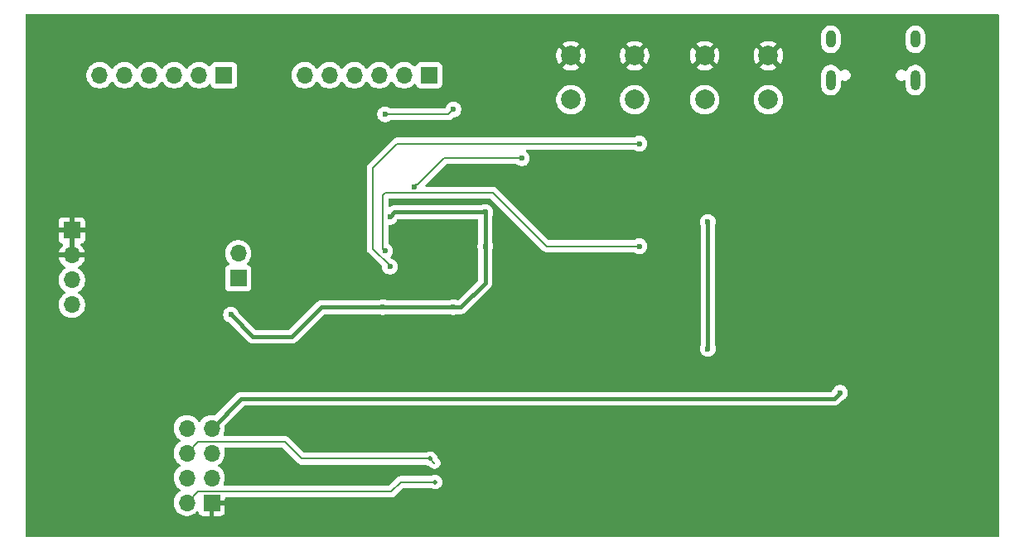
<source format=gbr>
%TF.GenerationSoftware,KiCad,Pcbnew,9.0.7*%
%TF.CreationDate,2026-02-08T16:14:46+05:30*%
%TF.ProjectId,fpga_dev_board,66706761-5f64-4657-965f-626f6172642e,rev?*%
%TF.SameCoordinates,Original*%
%TF.FileFunction,Copper,L2,Bot*%
%TF.FilePolarity,Positive*%
%FSLAX46Y46*%
G04 Gerber Fmt 4.6, Leading zero omitted, Abs format (unit mm)*
G04 Created by KiCad (PCBNEW 9.0.7) date 2026-02-08 16:14:46*
%MOMM*%
%LPD*%
G01*
G04 APERTURE LIST*
%TA.AperFunction,ComponentPad*%
%ADD10R,1.700000X1.700000*%
%TD*%
%TA.AperFunction,ComponentPad*%
%ADD11O,1.700000X1.700000*%
%TD*%
%TA.AperFunction,ComponentPad*%
%ADD12C,2.000000*%
%TD*%
%TA.AperFunction,HeatsinkPad*%
%ADD13O,1.000000X2.100000*%
%TD*%
%TA.AperFunction,HeatsinkPad*%
%ADD14O,1.000000X1.800000*%
%TD*%
%TA.AperFunction,ViaPad*%
%ADD15C,0.600000*%
%TD*%
%TA.AperFunction,ViaPad*%
%ADD16C,0.500000*%
%TD*%
%TA.AperFunction,Conductor*%
%ADD17C,0.200000*%
%TD*%
%TA.AperFunction,Conductor*%
%ADD18C,0.400000*%
%TD*%
G04 APERTURE END LIST*
D10*
%TO.P,J4,1,Pin_1*%
%TO.N,/IOB_0a*%
X159500000Y-96000000D03*
D11*
%TO.P,J4,2,Pin_2*%
%TO.N,/IOT_48b*%
X156960000Y-96000000D03*
%TO.P,J4,3,Pin_3*%
%TO.N,/IOT_45b*%
X154420000Y-96000000D03*
%TO.P,J4,4,Pin_4*%
%TO.N,/IOT_50b*%
X151880000Y-96000000D03*
%TO.P,J4,5,Pin_5*%
%TO.N,/IOT_51a*%
X149340000Y-96000000D03*
%TO.P,J4,6,Pin_6*%
%TO.N,/IOT_49a*%
X146800000Y-96000000D03*
%TD*%
D10*
%TO.P,J6,1,Pin_1*%
%TO.N,/~{BTN}*%
X140000000Y-116775000D03*
D11*
%TO.P,J6,2,Pin_2*%
%TO.N,/CDONE*%
X140000000Y-114235000D03*
%TD*%
D12*
%TO.P,SW2,1*%
%TO.N,GND*%
X187675000Y-94000000D03*
X194175000Y-94000000D03*
%TO.P,SW2,2*%
%TO.N,/~{BTN}*%
X187675000Y-98500000D03*
X194175000Y-98500000D03*
%TD*%
D10*
%TO.P,J3,1,Pin_1*%
%TO.N,GND*%
X137290000Y-139750000D03*
D11*
%TO.P,J3,2,Pin_2*%
%TO.N,/SPI_~{CS}*%
X134750000Y-139750000D03*
%TO.P,J3,3,Pin_3*%
%TO.N,/SPI_~{HLD}-IO3*%
X137290000Y-137210000D03*
%TO.P,J3,4,Pin_4*%
%TO.N,/SPI_SCK*%
X134750000Y-137210000D03*
%TO.P,J3,5,Pin_5*%
%TO.N,/SPI_~{WP}-IO2*%
X137290000Y-134670000D03*
%TO.P,J3,6,Pin_6*%
%TO.N,/SPI_MISO-IO1*%
X134750000Y-134670000D03*
%TO.P,J3,7,Pin_7*%
%TO.N,VIN*%
X137290000Y-132130000D03*
%TO.P,J3,8,Pin_8*%
%TO.N,/SPI_MOSI-IO0*%
X134750000Y-132130000D03*
%TD*%
D10*
%TO.P,J5,1,Pin_1*%
%TO.N,GND*%
X123000000Y-111880000D03*
D11*
%TO.P,J5,2,Pin_2*%
X123000000Y-114420000D03*
%TO.P,J5,3,Pin_3*%
%TO.N,+3V3*%
X123000000Y-116960000D03*
%TO.P,J5,4,Pin_4*%
X123000000Y-119500000D03*
%TD*%
D12*
%TO.P,SW1,1*%
%TO.N,GND*%
X174000000Y-94000000D03*
X180500000Y-94000000D03*
%TO.P,SW1,2*%
%TO.N,/IOB_0a*%
X174000000Y-98500000D03*
X180500000Y-98500000D03*
%TD*%
D13*
%TO.P,J1,S1,SHIELD*%
%TO.N,Net-(J1-SHIELD)*%
X209211000Y-96500000D03*
D14*
X209211000Y-92320000D03*
D13*
X200571000Y-96500000D03*
D14*
X200571000Y-92320000D03*
%TD*%
D10*
%TO.P,J2,1,Pin_1*%
%TO.N,/IOB_3a_G6*%
X138540000Y-96000000D03*
D11*
%TO.P,J2,2,Pin_2*%
%TO.N,/IOB_5a*%
X136000000Y-96000000D03*
%TO.P,J2,3,Pin_3*%
%TO.N,/IOB_2a*%
X133460000Y-96000000D03*
%TO.P,J2,4,Pin_4*%
%TO.N,/IOB_4a*%
X130920000Y-96000000D03*
%TO.P,J2,5,Pin_5*%
%TO.N,/IOB_6a*%
X128380000Y-96000000D03*
%TO.P,J2,6,Pin_6*%
%TO.N,/IOB_8a*%
X125840000Y-96000000D03*
%TD*%
D15*
%TO.N,/IOB_0a*%
X169000000Y-104500000D03*
X158020860Y-107400000D03*
%TO.N,/~{BTN}*%
X181000000Y-103000000D03*
X155500000Y-115600000D03*
%TO.N,+1V2*%
X181000000Y-113500000D03*
X155000000Y-114000000D03*
%TO.N,GND*%
X205001000Y-106000000D03*
X166500000Y-134000000D03*
X211501000Y-126000000D03*
D16*
X201001000Y-99000000D03*
D15*
X169000000Y-109000000D03*
X146500000Y-127551000D03*
X125500000Y-111880000D03*
X191501000Y-108000000D03*
X180675000Y-94150000D03*
X160000000Y-115000000D03*
X163000000Y-126000000D03*
X197000000Y-114500000D03*
X203001000Y-119000000D03*
X166175000Y-94150000D03*
X212001000Y-101500000D03*
X141500000Y-141000000D03*
D16*
X209963500Y-99462500D03*
D15*
X201001000Y-102262500D03*
X163500000Y-134000000D03*
X137500000Y-125000000D03*
X178500000Y-102000000D03*
D16*
%TO.N,/SPI_~{CS}*%
X160125000Y-137625000D03*
D15*
%TO.N,VIN*%
X201501000Y-128500000D03*
%TO.N,+3V3*%
X165250000Y-110000000D03*
X188000000Y-124000000D03*
X139250000Y-120500000D03*
X165250000Y-113500000D03*
X155500000Y-110500000D03*
X162000000Y-119750000D03*
X188000000Y-111000000D03*
X154800000Y-119750000D03*
D16*
%TO.N,/SPI_MISO-IO1*%
X159630002Y-135250000D03*
D15*
%TO.N,/led*%
X155000000Y-100000000D03*
X162000000Y-99500000D03*
%TD*%
D17*
%TO.N,/IOB_0a*%
X158020860Y-107400000D02*
X158020860Y-107231579D01*
X161001000Y-104499000D02*
X168999000Y-104499000D01*
X168999000Y-104499000D02*
X169000000Y-104500000D01*
X158312500Y-107187500D02*
X161001000Y-104499000D01*
X158020860Y-107231579D02*
X158064939Y-107187500D01*
X158064939Y-107187500D02*
X158312500Y-107187500D01*
%TO.N,/~{BTN}*%
X153750000Y-113750000D02*
X155500000Y-115500000D01*
X181000000Y-103000000D02*
X156250000Y-103000000D01*
X181175000Y-103000000D02*
X181000000Y-103000000D01*
X156250000Y-103000000D02*
X153750000Y-105500000D01*
X153750000Y-105500000D02*
X153750000Y-113750000D01*
%TO.N,+1V2*%
X155000000Y-108000000D02*
X154750000Y-108250000D01*
X154750000Y-113750000D02*
X155000000Y-114000000D01*
X171500000Y-113500000D02*
X166000000Y-108000000D01*
X154750000Y-108250000D02*
X154750000Y-113750000D01*
X166000000Y-108000000D02*
X155000000Y-108000000D01*
X181000000Y-113500000D02*
X171500000Y-113500000D01*
%TO.N,/SPI_~{CS}*%
X135901000Y-138599000D02*
X155651000Y-138599000D01*
X134750000Y-139750000D02*
X135901000Y-138599000D01*
X156625000Y-137625000D02*
X160125000Y-137625000D01*
X155651000Y-138599000D02*
X156625000Y-137625000D01*
D18*
%TO.N,VIN*%
X200901000Y-129100000D02*
X140320000Y-129100000D01*
X140320000Y-129100000D02*
X137290000Y-132130000D01*
X201501000Y-128500000D02*
X200901000Y-129100000D01*
%TO.N,+3V3*%
X165250000Y-113000000D02*
X165250000Y-113500000D01*
X162000000Y-119750000D02*
X162750000Y-119750000D01*
X141500000Y-122750000D02*
X139250000Y-120500000D01*
X155500000Y-110500000D02*
X156000000Y-110000000D01*
X145500000Y-122750000D02*
X141500000Y-122750000D01*
X148500000Y-119750000D02*
X145500000Y-122750000D01*
X188000000Y-124000000D02*
X188000000Y-111000000D01*
X156000000Y-110000000D02*
X165250000Y-110000000D01*
X165250000Y-117250000D02*
X165250000Y-113000000D01*
X154800000Y-119750000D02*
X148500000Y-119750000D01*
X165250000Y-110000000D02*
X165250000Y-113000000D01*
X162750000Y-119750000D02*
X165250000Y-117250000D01*
X162000000Y-119750000D02*
X154800000Y-119750000D01*
D17*
%TO.N,/SPI_MISO-IO1*%
X146500000Y-135250000D02*
X144750000Y-133500000D01*
X159630002Y-135250000D02*
X160065001Y-135684999D01*
X144750000Y-133500000D02*
X135920000Y-133500000D01*
X134750000Y-134670000D02*
X135920000Y-133500000D01*
X146500000Y-135250000D02*
X159630002Y-135250000D01*
%TO.N,/led*%
X161500000Y-100000000D02*
X162000000Y-99500000D01*
X155000000Y-100000000D02*
X161500000Y-100000000D01*
%TD*%
%TA.AperFunction,Conductor*%
%TO.N,GND*%
G36*
X123250000Y-113986988D02*
G01*
X123192993Y-113954075D01*
X123065826Y-113920000D01*
X122934174Y-113920000D01*
X122807007Y-113954075D01*
X122750000Y-113986988D01*
X122750000Y-112313012D01*
X122807007Y-112345925D01*
X122934174Y-112380000D01*
X123065826Y-112380000D01*
X123192993Y-112345925D01*
X123250000Y-112313012D01*
X123250000Y-113986988D01*
G37*
%TD.AperFunction*%
%TA.AperFunction,Conductor*%
G36*
X217692539Y-89770185D02*
G01*
X217738294Y-89822989D01*
X217749500Y-89874500D01*
X217749500Y-143125500D01*
X217729815Y-143192539D01*
X217677011Y-143238294D01*
X217625500Y-143249500D01*
X118374500Y-143249500D01*
X118307461Y-143229815D01*
X118261706Y-143177011D01*
X118250500Y-143125500D01*
X118250500Y-132023713D01*
X133399500Y-132023713D01*
X133399500Y-132236286D01*
X133432753Y-132446239D01*
X133498444Y-132648414D01*
X133594951Y-132837820D01*
X133719890Y-133009786D01*
X133870213Y-133160109D01*
X134042182Y-133285050D01*
X134050946Y-133289516D01*
X134101742Y-133337491D01*
X134118536Y-133405312D01*
X134095998Y-133471447D01*
X134050946Y-133510484D01*
X134042182Y-133514949D01*
X133870213Y-133639890D01*
X133719890Y-133790213D01*
X133594951Y-133962179D01*
X133498444Y-134151585D01*
X133432753Y-134353760D01*
X133405102Y-134528342D01*
X133399500Y-134563713D01*
X133399500Y-134776287D01*
X133432754Y-134986243D01*
X133473087Y-135110376D01*
X133498444Y-135188414D01*
X133594951Y-135377820D01*
X133719890Y-135549786D01*
X133870213Y-135700109D01*
X134042182Y-135825050D01*
X134050946Y-135829516D01*
X134101742Y-135877491D01*
X134118536Y-135945312D01*
X134095998Y-136011447D01*
X134050946Y-136050484D01*
X134042182Y-136054949D01*
X133870213Y-136179890D01*
X133719890Y-136330213D01*
X133594951Y-136502179D01*
X133498444Y-136691585D01*
X133432753Y-136893760D01*
X133405564Y-137065424D01*
X133399500Y-137103713D01*
X133399500Y-137316287D01*
X133432754Y-137526243D01*
X133488860Y-137698920D01*
X133498444Y-137728414D01*
X133594951Y-137917820D01*
X133719890Y-138089786D01*
X133870213Y-138240109D01*
X134042182Y-138365050D01*
X134050946Y-138369516D01*
X134101742Y-138417491D01*
X134118536Y-138485312D01*
X134095998Y-138551447D01*
X134050946Y-138590484D01*
X134042182Y-138594949D01*
X133870213Y-138719890D01*
X133719890Y-138870213D01*
X133594951Y-139042179D01*
X133498444Y-139231585D01*
X133432753Y-139433760D01*
X133431291Y-139442993D01*
X133399500Y-139643713D01*
X133399500Y-139856287D01*
X133409534Y-139919644D01*
X133432753Y-140066239D01*
X133498444Y-140268414D01*
X133594951Y-140457820D01*
X133719890Y-140629786D01*
X133870213Y-140780109D01*
X134042179Y-140905048D01*
X134042181Y-140905049D01*
X134042184Y-140905051D01*
X134231588Y-141001557D01*
X134433757Y-141067246D01*
X134643713Y-141100500D01*
X134643714Y-141100500D01*
X134856286Y-141100500D01*
X134856287Y-141100500D01*
X135066243Y-141067246D01*
X135268412Y-141001557D01*
X135457816Y-140905051D01*
X135544478Y-140842088D01*
X135629784Y-140780110D01*
X135629784Y-140780109D01*
X135629792Y-140780104D01*
X135743717Y-140666178D01*
X135805036Y-140632696D01*
X135874728Y-140637680D01*
X135930662Y-140679551D01*
X135947577Y-140710528D01*
X135996646Y-140842088D01*
X135996649Y-140842093D01*
X136082809Y-140957187D01*
X136082812Y-140957190D01*
X136197906Y-141043350D01*
X136197913Y-141043354D01*
X136332620Y-141093596D01*
X136332627Y-141093598D01*
X136392155Y-141099999D01*
X136392172Y-141100000D01*
X137040000Y-141100000D01*
X137040000Y-140183012D01*
X137097007Y-140215925D01*
X137224174Y-140250000D01*
X137355826Y-140250000D01*
X137482993Y-140215925D01*
X137540000Y-140183012D01*
X137540000Y-141100000D01*
X138187828Y-141100000D01*
X138187844Y-141099999D01*
X138247372Y-141093598D01*
X138247379Y-141093596D01*
X138382086Y-141043354D01*
X138382093Y-141043350D01*
X138497187Y-140957190D01*
X138497190Y-140957187D01*
X138583350Y-140842093D01*
X138583354Y-140842086D01*
X138633596Y-140707379D01*
X138633598Y-140707372D01*
X138639999Y-140647844D01*
X138640000Y-140647827D01*
X138640000Y-140000000D01*
X137723012Y-140000000D01*
X137755925Y-139942993D01*
X137790000Y-139815826D01*
X137790000Y-139684174D01*
X137755925Y-139557007D01*
X137723012Y-139500000D01*
X138640000Y-139500000D01*
X138640000Y-139323500D01*
X138659685Y-139256461D01*
X138712489Y-139210706D01*
X138764000Y-139199500D01*
X155564331Y-139199500D01*
X155564347Y-139199501D01*
X155571943Y-139199501D01*
X155730054Y-139199501D01*
X155730057Y-139199501D01*
X155882785Y-139158577D01*
X155932904Y-139129639D01*
X156019716Y-139079520D01*
X156131520Y-138967716D01*
X156131520Y-138967714D01*
X156141728Y-138957507D01*
X156141729Y-138957504D01*
X156837416Y-138261819D01*
X156898739Y-138228334D01*
X156925097Y-138225500D01*
X159635233Y-138225500D01*
X159702272Y-138245185D01*
X159704124Y-138246398D01*
X159769498Y-138290080D01*
X159769511Y-138290087D01*
X159906082Y-138346656D01*
X159906087Y-138346658D01*
X159906091Y-138346658D01*
X159906092Y-138346659D01*
X160051079Y-138375500D01*
X160051082Y-138375500D01*
X160198920Y-138375500D01*
X160296462Y-138356096D01*
X160343913Y-138346658D01*
X160480495Y-138290084D01*
X160603416Y-138207951D01*
X160707951Y-138103416D01*
X160790084Y-137980495D01*
X160846658Y-137843913D01*
X160875500Y-137698918D01*
X160875500Y-137551082D01*
X160875500Y-137551079D01*
X160846659Y-137406092D01*
X160846658Y-137406091D01*
X160846658Y-137406087D01*
X160809462Y-137316287D01*
X160790087Y-137269511D01*
X160790080Y-137269498D01*
X160707951Y-137146584D01*
X160707948Y-137146580D01*
X160603419Y-137042051D01*
X160603415Y-137042048D01*
X160480501Y-136959919D01*
X160480488Y-136959912D01*
X160343917Y-136903343D01*
X160343907Y-136903340D01*
X160198920Y-136874500D01*
X160198918Y-136874500D01*
X160051082Y-136874500D01*
X160051080Y-136874500D01*
X159906092Y-136903340D01*
X159906082Y-136903343D01*
X159769511Y-136959912D01*
X159769498Y-136959919D01*
X159704124Y-137003602D01*
X159637447Y-137024480D01*
X159635233Y-137024500D01*
X156711669Y-137024500D01*
X156711653Y-137024499D01*
X156704057Y-137024499D01*
X156545943Y-137024499D01*
X156438587Y-137053265D01*
X156393210Y-137065424D01*
X156393209Y-137065425D01*
X156343096Y-137094359D01*
X156343095Y-137094360D01*
X156326895Y-137103713D01*
X156256285Y-137144479D01*
X156256282Y-137144481D01*
X156144478Y-137256286D01*
X155438584Y-137962181D01*
X155377261Y-137995666D01*
X155350903Y-137998500D01*
X138606290Y-137998500D01*
X138539251Y-137978815D01*
X138493496Y-137926011D01*
X138483552Y-137856853D01*
X138495805Y-137818205D01*
X138541557Y-137728412D01*
X138607246Y-137526243D01*
X138640500Y-137316287D01*
X138640500Y-137103713D01*
X138607246Y-136893757D01*
X138541557Y-136691588D01*
X138445051Y-136502184D01*
X138445049Y-136502181D01*
X138445048Y-136502179D01*
X138320109Y-136330213D01*
X138169786Y-136179890D01*
X137997820Y-136054951D01*
X137995380Y-136053708D01*
X137989054Y-136050485D01*
X137938259Y-136002512D01*
X137921463Y-135934692D01*
X137943999Y-135868556D01*
X137989054Y-135829515D01*
X137997816Y-135825051D01*
X138081772Y-135764054D01*
X138169786Y-135700109D01*
X138169788Y-135700106D01*
X138169792Y-135700104D01*
X138320104Y-135549792D01*
X138320106Y-135549788D01*
X138320109Y-135549786D01*
X138445048Y-135377820D01*
X138445047Y-135377820D01*
X138445051Y-135377816D01*
X138541557Y-135188412D01*
X138607246Y-134986243D01*
X138640500Y-134776287D01*
X138640500Y-134563713D01*
X138607246Y-134353757D01*
X138577698Y-134262818D01*
X138575703Y-134192977D01*
X138611784Y-134133144D01*
X138674485Y-134102316D01*
X138695629Y-134100500D01*
X144449903Y-134100500D01*
X144516942Y-134120185D01*
X144537583Y-134136818D01*
X146131284Y-135730520D01*
X146131286Y-135730521D01*
X146131290Y-135730524D01*
X146268209Y-135809573D01*
X146268216Y-135809577D01*
X146420943Y-135850501D01*
X146420945Y-135850501D01*
X146586654Y-135850501D01*
X146586670Y-135850500D01*
X159140235Y-135850500D01*
X159207274Y-135870185D01*
X159209126Y-135871398D01*
X159274500Y-135915080D01*
X159274513Y-135915087D01*
X159379185Y-135958443D01*
X159411089Y-135971658D01*
X159488214Y-135986999D01*
X159550121Y-136019382D01*
X159551701Y-136020934D01*
X159696285Y-136165518D01*
X159833216Y-136244575D01*
X159985943Y-136285499D01*
X159985945Y-136285499D01*
X160144056Y-136285499D01*
X160144058Y-136285499D01*
X160296785Y-136244575D01*
X160433717Y-136165518D01*
X160545520Y-136053715D01*
X160624577Y-135916783D01*
X160665501Y-135764056D01*
X160665501Y-135605941D01*
X160624577Y-135453214D01*
X160545520Y-135316283D01*
X160400936Y-135171699D01*
X160367451Y-135110376D01*
X160367027Y-135108346D01*
X160351660Y-135031087D01*
X160333085Y-134986243D01*
X160295089Y-134894511D01*
X160295082Y-134894498D01*
X160212953Y-134771584D01*
X160212950Y-134771580D01*
X160108421Y-134667051D01*
X160108417Y-134667048D01*
X159985503Y-134584919D01*
X159985490Y-134584912D01*
X159848919Y-134528343D01*
X159848909Y-134528340D01*
X159703922Y-134499500D01*
X159703920Y-134499500D01*
X159556084Y-134499500D01*
X159556082Y-134499500D01*
X159411094Y-134528340D01*
X159411084Y-134528343D01*
X159274513Y-134584912D01*
X159274500Y-134584919D01*
X159209126Y-134628602D01*
X159142449Y-134649480D01*
X159140235Y-134649500D01*
X146800098Y-134649500D01*
X146733059Y-134629815D01*
X146712417Y-134613181D01*
X145237590Y-133138355D01*
X145237588Y-133138352D01*
X145118717Y-133019481D01*
X145118716Y-133019480D01*
X145031904Y-132969360D01*
X145031904Y-132969359D01*
X145031900Y-132969358D01*
X144981785Y-132940423D01*
X144829057Y-132899499D01*
X144670943Y-132899499D01*
X144663347Y-132899499D01*
X144663331Y-132899500D01*
X138615971Y-132899500D01*
X138548932Y-132879815D01*
X138503177Y-132827011D01*
X138493233Y-132757853D01*
X138505486Y-132719205D01*
X138541557Y-132648412D01*
X138607246Y-132446243D01*
X138640500Y-132236287D01*
X138640500Y-132023713D01*
X138615715Y-131867227D01*
X138624670Y-131797933D01*
X138650504Y-131760151D01*
X140573838Y-129836819D01*
X140635161Y-129803334D01*
X140661519Y-129800500D01*
X200969996Y-129800500D01*
X201061040Y-129782389D01*
X201105328Y-129773580D01*
X201169069Y-129747177D01*
X201232807Y-129720777D01*
X201232808Y-129720776D01*
X201232811Y-129720775D01*
X201347543Y-129644114D01*
X201695588Y-129296067D01*
X201735810Y-129269192D01*
X201790435Y-129246566D01*
X201880173Y-129209397D01*
X201880176Y-129209395D01*
X201880179Y-129209394D01*
X202011289Y-129121789D01*
X202122789Y-129010289D01*
X202210394Y-128879179D01*
X202270737Y-128733497D01*
X202301500Y-128578842D01*
X202301500Y-128421158D01*
X202301500Y-128421155D01*
X202301499Y-128421153D01*
X202278476Y-128305410D01*
X202270737Y-128266503D01*
X202270190Y-128265183D01*
X202210397Y-128120827D01*
X202210390Y-128120814D01*
X202122789Y-127989711D01*
X202122786Y-127989707D01*
X202011292Y-127878213D01*
X202011288Y-127878210D01*
X201880185Y-127790609D01*
X201880172Y-127790602D01*
X201734501Y-127730264D01*
X201734489Y-127730261D01*
X201579845Y-127699500D01*
X201579842Y-127699500D01*
X201422158Y-127699500D01*
X201422155Y-127699500D01*
X201267510Y-127730261D01*
X201267498Y-127730264D01*
X201121827Y-127790602D01*
X201121814Y-127790609D01*
X200990711Y-127878210D01*
X200990707Y-127878213D01*
X200879213Y-127989707D01*
X200879210Y-127989711D01*
X200791609Y-128120814D01*
X200791604Y-128120824D01*
X200731809Y-128265183D01*
X200727177Y-128272115D01*
X200726081Y-128277155D01*
X200704931Y-128305410D01*
X200647163Y-128363180D01*
X200585840Y-128396666D01*
X200559480Y-128399500D01*
X140251004Y-128399500D01*
X140115677Y-128426418D01*
X140115667Y-128426421D01*
X139988192Y-128479222D01*
X139873454Y-128555887D01*
X137659849Y-130769492D01*
X137598526Y-130802977D01*
X137552771Y-130804284D01*
X137396287Y-130779500D01*
X137183713Y-130779500D01*
X137135042Y-130787208D01*
X136973760Y-130812753D01*
X136771585Y-130878444D01*
X136582179Y-130974951D01*
X136410213Y-131099890D01*
X136259890Y-131250213D01*
X136134949Y-131422182D01*
X136130484Y-131430946D01*
X136082509Y-131481742D01*
X136014688Y-131498536D01*
X135948553Y-131475998D01*
X135909516Y-131430946D01*
X135905050Y-131422182D01*
X135780109Y-131250213D01*
X135629786Y-131099890D01*
X135457820Y-130974951D01*
X135268414Y-130878444D01*
X135268413Y-130878443D01*
X135268412Y-130878443D01*
X135066243Y-130812754D01*
X135066241Y-130812753D01*
X135066240Y-130812753D01*
X134904957Y-130787208D01*
X134856287Y-130779500D01*
X134643713Y-130779500D01*
X134595042Y-130787208D01*
X134433760Y-130812753D01*
X134231585Y-130878444D01*
X134042179Y-130974951D01*
X133870213Y-131099890D01*
X133719890Y-131250213D01*
X133594951Y-131422179D01*
X133498444Y-131611585D01*
X133432753Y-131813760D01*
X133399500Y-132023713D01*
X118250500Y-132023713D01*
X118250500Y-116853713D01*
X121649500Y-116853713D01*
X121649500Y-117066287D01*
X121682754Y-117276243D01*
X121696645Y-117318996D01*
X121748444Y-117478414D01*
X121844951Y-117667820D01*
X121969890Y-117839786D01*
X122120213Y-117990109D01*
X122292182Y-118115050D01*
X122300946Y-118119516D01*
X122351742Y-118167491D01*
X122368536Y-118235312D01*
X122345998Y-118301447D01*
X122300946Y-118340484D01*
X122292182Y-118344949D01*
X122120213Y-118469890D01*
X121969890Y-118620213D01*
X121844951Y-118792179D01*
X121748444Y-118981585D01*
X121682753Y-119183760D01*
X121649500Y-119393713D01*
X121649500Y-119606287D01*
X121682754Y-119816243D01*
X121739117Y-119989711D01*
X121748444Y-120018414D01*
X121844951Y-120207820D01*
X121969890Y-120379786D01*
X122120213Y-120530109D01*
X122292179Y-120655048D01*
X122292181Y-120655049D01*
X122292184Y-120655051D01*
X122481588Y-120751557D01*
X122683757Y-120817246D01*
X122893713Y-120850500D01*
X122893714Y-120850500D01*
X123106286Y-120850500D01*
X123106287Y-120850500D01*
X123316243Y-120817246D01*
X123518412Y-120751557D01*
X123707816Y-120655051D01*
X123812704Y-120578846D01*
X123879786Y-120530109D01*
X123879788Y-120530106D01*
X123879792Y-120530104D01*
X123988743Y-120421153D01*
X138449500Y-120421153D01*
X138449500Y-120578846D01*
X138480261Y-120733489D01*
X138480264Y-120733501D01*
X138540602Y-120879172D01*
X138540609Y-120879185D01*
X138628210Y-121010288D01*
X138628213Y-121010292D01*
X138739707Y-121121786D01*
X138739711Y-121121789D01*
X138870814Y-121209390D01*
X138870827Y-121209397D01*
X139015185Y-121269191D01*
X139055414Y-121296071D01*
X141053451Y-123294109D01*
X141053454Y-123294112D01*
X141053457Y-123294114D01*
X141136349Y-123349500D01*
X141168189Y-123370775D01*
X141168191Y-123370776D01*
X141168193Y-123370777D01*
X141295667Y-123423578D01*
X141295672Y-123423580D01*
X141295676Y-123423580D01*
X141295677Y-123423581D01*
X141431004Y-123450500D01*
X141431007Y-123450500D01*
X145568996Y-123450500D01*
X145660040Y-123432389D01*
X145704328Y-123423580D01*
X145768069Y-123397177D01*
X145831807Y-123370777D01*
X145831808Y-123370776D01*
X145831811Y-123370775D01*
X145946543Y-123294114D01*
X148753838Y-120486819D01*
X148815161Y-120453334D01*
X148841519Y-120450500D01*
X154374684Y-120450500D01*
X154422136Y-120459939D01*
X154487031Y-120486819D01*
X154566503Y-120519737D01*
X154721153Y-120550499D01*
X154721156Y-120550500D01*
X154721158Y-120550500D01*
X154878844Y-120550500D01*
X154878845Y-120550499D01*
X155033497Y-120519737D01*
X155112969Y-120486819D01*
X155177864Y-120459939D01*
X155225316Y-120450500D01*
X161574684Y-120450500D01*
X161622136Y-120459939D01*
X161687031Y-120486819D01*
X161766503Y-120519737D01*
X161921153Y-120550499D01*
X161921156Y-120550500D01*
X161921158Y-120550500D01*
X162078844Y-120550500D01*
X162078845Y-120550499D01*
X162233497Y-120519737D01*
X162312969Y-120486819D01*
X162377864Y-120459939D01*
X162425316Y-120450500D01*
X162818996Y-120450500D01*
X162910040Y-120432389D01*
X162954328Y-120423580D01*
X163018069Y-120397177D01*
X163081807Y-120370777D01*
X163081808Y-120370776D01*
X163081811Y-120370775D01*
X163196543Y-120294114D01*
X165794114Y-117696543D01*
X165870775Y-117581811D01*
X165923580Y-117454328D01*
X165950500Y-117318994D01*
X165950500Y-117181006D01*
X165950500Y-113925316D01*
X165959939Y-113877864D01*
X165988478Y-113808963D01*
X166019737Y-113733497D01*
X166050500Y-113578842D01*
X166050500Y-113421158D01*
X166050500Y-113421155D01*
X166050499Y-113421153D01*
X166039360Y-113365154D01*
X166019737Y-113266503D01*
X165959939Y-113122136D01*
X165950500Y-113074684D01*
X165950500Y-110425316D01*
X165959939Y-110377864D01*
X165996082Y-110290606D01*
X166019737Y-110233497D01*
X166050500Y-110078842D01*
X166050500Y-109921158D01*
X166050500Y-109921155D01*
X166050499Y-109921153D01*
X166019738Y-109766510D01*
X166019737Y-109766503D01*
X166019735Y-109766498D01*
X165959397Y-109620827D01*
X165959390Y-109620814D01*
X165871789Y-109489711D01*
X165871786Y-109489707D01*
X165760292Y-109378213D01*
X165760288Y-109378210D01*
X165629185Y-109290609D01*
X165629172Y-109290602D01*
X165483501Y-109230264D01*
X165483489Y-109230261D01*
X165328845Y-109199500D01*
X165328842Y-109199500D01*
X165171158Y-109199500D01*
X165171155Y-109199500D01*
X165016510Y-109230261D01*
X165016498Y-109230264D01*
X164872136Y-109290061D01*
X164824684Y-109299500D01*
X155931004Y-109299500D01*
X155795677Y-109326418D01*
X155795667Y-109326421D01*
X155668192Y-109379222D01*
X155553449Y-109455890D01*
X155553162Y-109456127D01*
X155552981Y-109456203D01*
X155548391Y-109459271D01*
X155547809Y-109458400D01*
X155488852Y-109483439D01*
X155419984Y-109471645D01*
X155368426Y-109424492D01*
X155350500Y-109360272D01*
X155350500Y-108724500D01*
X155370185Y-108657461D01*
X155422989Y-108611706D01*
X155474500Y-108600500D01*
X165699903Y-108600500D01*
X165766942Y-108620185D01*
X165787583Y-108636818D01*
X171131284Y-113980520D01*
X171131286Y-113980521D01*
X171131290Y-113980524D01*
X171268209Y-114059573D01*
X171268216Y-114059577D01*
X171420943Y-114100501D01*
X171420945Y-114100501D01*
X171586654Y-114100501D01*
X171586670Y-114100500D01*
X180420234Y-114100500D01*
X180487273Y-114120185D01*
X180489125Y-114121398D01*
X180620814Y-114209390D01*
X180620827Y-114209397D01*
X180766498Y-114269735D01*
X180766503Y-114269737D01*
X180921153Y-114300499D01*
X180921156Y-114300500D01*
X180921158Y-114300500D01*
X181078844Y-114300500D01*
X181078845Y-114300499D01*
X181233497Y-114269737D01*
X181379179Y-114209394D01*
X181510289Y-114121789D01*
X181621789Y-114010289D01*
X181709394Y-113879179D01*
X181769737Y-113733497D01*
X181800500Y-113578842D01*
X181800500Y-113421158D01*
X181800500Y-113421155D01*
X181800499Y-113421153D01*
X181789360Y-113365154D01*
X181769737Y-113266503D01*
X181744219Y-113204896D01*
X181709397Y-113120827D01*
X181709390Y-113120814D01*
X181621789Y-112989711D01*
X181621786Y-112989707D01*
X181510292Y-112878213D01*
X181510288Y-112878210D01*
X181379185Y-112790609D01*
X181379172Y-112790602D01*
X181233501Y-112730264D01*
X181233489Y-112730261D01*
X181078845Y-112699500D01*
X181078842Y-112699500D01*
X180921158Y-112699500D01*
X180921155Y-112699500D01*
X180766510Y-112730261D01*
X180766498Y-112730264D01*
X180620827Y-112790602D01*
X180620814Y-112790609D01*
X180489125Y-112878602D01*
X180422447Y-112899480D01*
X180420234Y-112899500D01*
X171800098Y-112899500D01*
X171733059Y-112879815D01*
X171712417Y-112863181D01*
X169851983Y-111002747D01*
X169770389Y-110921153D01*
X187199500Y-110921153D01*
X187199500Y-111078846D01*
X187230261Y-111233489D01*
X187230264Y-111233501D01*
X187290061Y-111377864D01*
X187299500Y-111425316D01*
X187299500Y-123574684D01*
X187290061Y-123622136D01*
X187230264Y-123766498D01*
X187230261Y-123766510D01*
X187199500Y-123921153D01*
X187199500Y-124078846D01*
X187230261Y-124233489D01*
X187230264Y-124233501D01*
X187290602Y-124379172D01*
X187290609Y-124379185D01*
X187378210Y-124510288D01*
X187378213Y-124510292D01*
X187489707Y-124621786D01*
X187489711Y-124621789D01*
X187620814Y-124709390D01*
X187620827Y-124709397D01*
X187766498Y-124769735D01*
X187766503Y-124769737D01*
X187921153Y-124800499D01*
X187921156Y-124800500D01*
X187921158Y-124800500D01*
X188078844Y-124800500D01*
X188078845Y-124800499D01*
X188233497Y-124769737D01*
X188379179Y-124709394D01*
X188510289Y-124621789D01*
X188621789Y-124510289D01*
X188709394Y-124379179D01*
X188769737Y-124233497D01*
X188800500Y-124078842D01*
X188800500Y-123921158D01*
X188800500Y-123921155D01*
X188800499Y-123921153D01*
X188769738Y-123766510D01*
X188769737Y-123766503D01*
X188709939Y-123622136D01*
X188700500Y-123574684D01*
X188700500Y-111425316D01*
X188709939Y-111377864D01*
X188747805Y-111286445D01*
X188769737Y-111233497D01*
X188800500Y-111078842D01*
X188800500Y-110921158D01*
X188800500Y-110921155D01*
X188800499Y-110921153D01*
X188781273Y-110824500D01*
X188769737Y-110766503D01*
X188750552Y-110720185D01*
X188709397Y-110620827D01*
X188709390Y-110620814D01*
X188621789Y-110489711D01*
X188621786Y-110489707D01*
X188510292Y-110378213D01*
X188510288Y-110378210D01*
X188379185Y-110290609D01*
X188379172Y-110290602D01*
X188233501Y-110230264D01*
X188233489Y-110230261D01*
X188078845Y-110199500D01*
X188078842Y-110199500D01*
X187921158Y-110199500D01*
X187921155Y-110199500D01*
X187766510Y-110230261D01*
X187766498Y-110230264D01*
X187620827Y-110290602D01*
X187620814Y-110290609D01*
X187489711Y-110378210D01*
X187489707Y-110378213D01*
X187378213Y-110489707D01*
X187378210Y-110489711D01*
X187290609Y-110620814D01*
X187290602Y-110620827D01*
X187230264Y-110766498D01*
X187230261Y-110766510D01*
X187199500Y-110921153D01*
X169770389Y-110921153D01*
X166487590Y-107638355D01*
X166487588Y-107638352D01*
X166368717Y-107519481D01*
X166368716Y-107519480D01*
X166281904Y-107469360D01*
X166281904Y-107469359D01*
X166281900Y-107469358D01*
X166231785Y-107440423D01*
X166079057Y-107399499D01*
X165920943Y-107399499D01*
X165913347Y-107399499D01*
X165913331Y-107399500D01*
X159249097Y-107399500D01*
X159182058Y-107379815D01*
X159136303Y-107327011D01*
X159126359Y-107257853D01*
X159155384Y-107194297D01*
X159161416Y-107187819D01*
X161213416Y-105135819D01*
X161274739Y-105102334D01*
X161301097Y-105099500D01*
X168418738Y-105099500D01*
X168485777Y-105119185D01*
X168487629Y-105120398D01*
X168620814Y-105209390D01*
X168620827Y-105209397D01*
X168766498Y-105269735D01*
X168766503Y-105269737D01*
X168921153Y-105300499D01*
X168921156Y-105300500D01*
X168921158Y-105300500D01*
X169078844Y-105300500D01*
X169078845Y-105300499D01*
X169233497Y-105269737D01*
X169379179Y-105209394D01*
X169510289Y-105121789D01*
X169621789Y-105010289D01*
X169709394Y-104879179D01*
X169769737Y-104733497D01*
X169800500Y-104578842D01*
X169800500Y-104421158D01*
X169800500Y-104421155D01*
X169800499Y-104421153D01*
X169769738Y-104266510D01*
X169769737Y-104266503D01*
X169713314Y-104130284D01*
X169709397Y-104120827D01*
X169709390Y-104120814D01*
X169621789Y-103989711D01*
X169621786Y-103989707D01*
X169510292Y-103878213D01*
X169510288Y-103878210D01*
X169434548Y-103827602D01*
X169389743Y-103773990D01*
X169381036Y-103704665D01*
X169411190Y-103641637D01*
X169470634Y-103604918D01*
X169503439Y-103600500D01*
X180420234Y-103600500D01*
X180487273Y-103620185D01*
X180489125Y-103621398D01*
X180620814Y-103709390D01*
X180620827Y-103709397D01*
X180699894Y-103742147D01*
X180766503Y-103769737D01*
X180871418Y-103790606D01*
X180921153Y-103800499D01*
X180921156Y-103800500D01*
X180921158Y-103800500D01*
X181078844Y-103800500D01*
X181078845Y-103800499D01*
X181233497Y-103769737D01*
X181379179Y-103709394D01*
X181510289Y-103621789D01*
X181621789Y-103510289D01*
X181709394Y-103379179D01*
X181769737Y-103233497D01*
X181800500Y-103078842D01*
X181800500Y-102921158D01*
X181800500Y-102921155D01*
X181800499Y-102921153D01*
X181769738Y-102766510D01*
X181769737Y-102766503D01*
X181713728Y-102631284D01*
X181709397Y-102620827D01*
X181709390Y-102620814D01*
X181621789Y-102489711D01*
X181621786Y-102489707D01*
X181510292Y-102378213D01*
X181510288Y-102378210D01*
X181379185Y-102290609D01*
X181379172Y-102290602D01*
X181233501Y-102230264D01*
X181233489Y-102230261D01*
X181078845Y-102199500D01*
X181078842Y-102199500D01*
X180921158Y-102199500D01*
X180921155Y-102199500D01*
X180766510Y-102230261D01*
X180766498Y-102230264D01*
X180620827Y-102290602D01*
X180620814Y-102290609D01*
X180489125Y-102378602D01*
X180422447Y-102399480D01*
X180420234Y-102399500D01*
X156336669Y-102399500D01*
X156336653Y-102399499D01*
X156329057Y-102399499D01*
X156170943Y-102399499D01*
X156063587Y-102428265D01*
X156018210Y-102440424D01*
X156018209Y-102440425D01*
X155968096Y-102469359D01*
X155968095Y-102469360D01*
X155932853Y-102489707D01*
X155881285Y-102519479D01*
X155881282Y-102519481D01*
X153269481Y-105131282D01*
X153269479Y-105131285D01*
X153224385Y-105209392D01*
X153224384Y-105209393D01*
X153190423Y-105268214D01*
X153190423Y-105268215D01*
X153149499Y-105420943D01*
X153149499Y-105420945D01*
X153149499Y-105589046D01*
X153149500Y-105589059D01*
X153149500Y-113663330D01*
X153149499Y-113663348D01*
X153149499Y-113829054D01*
X153149498Y-113829054D01*
X153149499Y-113829057D01*
X153190423Y-113981785D01*
X153190424Y-113981787D01*
X153190423Y-113981787D01*
X153203986Y-114005277D01*
X153203987Y-114005279D01*
X153269475Y-114118709D01*
X153269481Y-114118717D01*
X153388349Y-114237585D01*
X153388355Y-114237590D01*
X154663181Y-115512416D01*
X154696666Y-115573739D01*
X154699500Y-115600097D01*
X154699500Y-115678846D01*
X154730261Y-115833489D01*
X154730264Y-115833501D01*
X154790602Y-115979172D01*
X154790609Y-115979185D01*
X154878210Y-116110288D01*
X154878213Y-116110292D01*
X154989707Y-116221786D01*
X154989711Y-116221789D01*
X155120814Y-116309390D01*
X155120827Y-116309397D01*
X155266498Y-116369735D01*
X155266503Y-116369737D01*
X155421153Y-116400499D01*
X155421156Y-116400500D01*
X155421158Y-116400500D01*
X155578844Y-116400500D01*
X155578845Y-116400499D01*
X155733497Y-116369737D01*
X155879179Y-116309394D01*
X156010289Y-116221789D01*
X156121789Y-116110289D01*
X156209394Y-115979179D01*
X156269737Y-115833497D01*
X156300500Y-115678842D01*
X156300500Y-115521158D01*
X156300500Y-115521155D01*
X156300499Y-115521153D01*
X156292553Y-115481206D01*
X156269737Y-115366503D01*
X156269735Y-115366498D01*
X156209397Y-115220827D01*
X156209390Y-115220814D01*
X156121789Y-115089711D01*
X156121786Y-115089707D01*
X156010292Y-114978213D01*
X156010288Y-114978210D01*
X155879185Y-114890609D01*
X155879172Y-114890602D01*
X155733499Y-114830263D01*
X155733493Y-114830261D01*
X155702980Y-114824192D01*
X155686223Y-114815426D01*
X155667746Y-114811407D01*
X155642705Y-114792661D01*
X155641070Y-114791806D01*
X155639492Y-114790256D01*
X155578338Y-114729102D01*
X155544853Y-114667779D01*
X155549837Y-114598087D01*
X155578339Y-114553739D01*
X155621786Y-114510292D01*
X155621789Y-114510289D01*
X155709394Y-114379179D01*
X155769737Y-114233497D01*
X155800500Y-114078842D01*
X155800500Y-113921158D01*
X155800500Y-113921155D01*
X155800499Y-113921153D01*
X155769738Y-113766510D01*
X155769737Y-113766503D01*
X155749062Y-113716588D01*
X155709397Y-113620827D01*
X155709390Y-113620814D01*
X155621789Y-113489711D01*
X155621786Y-113489707D01*
X155510289Y-113378210D01*
X155405609Y-113308266D01*
X155360804Y-113254654D01*
X155350500Y-113205164D01*
X155350500Y-111424500D01*
X155370185Y-111357461D01*
X155422989Y-111311706D01*
X155474500Y-111300500D01*
X155578844Y-111300500D01*
X155578845Y-111300499D01*
X155733497Y-111269737D01*
X155879179Y-111209394D01*
X156010289Y-111121789D01*
X156121789Y-111010289D01*
X156209394Y-110879179D01*
X156232043Y-110824500D01*
X156251698Y-110777048D01*
X156295538Y-110722644D01*
X156361833Y-110700579D01*
X156366259Y-110700500D01*
X164425500Y-110700500D01*
X164492539Y-110720185D01*
X164538294Y-110772989D01*
X164549500Y-110824500D01*
X164549500Y-113074684D01*
X164540061Y-113122136D01*
X164480264Y-113266498D01*
X164480261Y-113266510D01*
X164449500Y-113421153D01*
X164449500Y-113578846D01*
X164480261Y-113733489D01*
X164480264Y-113733501D01*
X164540061Y-113877864D01*
X164549500Y-113925316D01*
X164549500Y-116908481D01*
X164529815Y-116975520D01*
X164513181Y-116996162D01*
X162501092Y-119008250D01*
X162439769Y-119041735D01*
X162370077Y-119036751D01*
X162365971Y-119035135D01*
X162233497Y-118980263D01*
X162233489Y-118980261D01*
X162078845Y-118949500D01*
X162078842Y-118949500D01*
X161921158Y-118949500D01*
X161921155Y-118949500D01*
X161766510Y-118980261D01*
X161766498Y-118980264D01*
X161622136Y-119040061D01*
X161574684Y-119049500D01*
X155225316Y-119049500D01*
X155177864Y-119040061D01*
X155033501Y-118980264D01*
X155033489Y-118980261D01*
X154878845Y-118949500D01*
X154878842Y-118949500D01*
X154721158Y-118949500D01*
X154721155Y-118949500D01*
X154566510Y-118980261D01*
X154566498Y-118980264D01*
X154422136Y-119040061D01*
X154374684Y-119049500D01*
X148431004Y-119049500D01*
X148295677Y-119076418D01*
X148295667Y-119076421D01*
X148168192Y-119129222D01*
X148053454Y-119205887D01*
X148053453Y-119205888D01*
X145246162Y-122013181D01*
X145184839Y-122046666D01*
X145158481Y-122049500D01*
X141841519Y-122049500D01*
X141774480Y-122029815D01*
X141753838Y-122013181D01*
X140046071Y-120305414D01*
X140019191Y-120265185D01*
X139959397Y-120120827D01*
X139959390Y-120120814D01*
X139871789Y-119989711D01*
X139871786Y-119989707D01*
X139760292Y-119878213D01*
X139760288Y-119878210D01*
X139629185Y-119790609D01*
X139629172Y-119790602D01*
X139483501Y-119730264D01*
X139483489Y-119730261D01*
X139328845Y-119699500D01*
X139328842Y-119699500D01*
X139171158Y-119699500D01*
X139171155Y-119699500D01*
X139016510Y-119730261D01*
X139016498Y-119730264D01*
X138870827Y-119790602D01*
X138870814Y-119790609D01*
X138739711Y-119878210D01*
X138739707Y-119878213D01*
X138628213Y-119989707D01*
X138628210Y-119989711D01*
X138540609Y-120120814D01*
X138540602Y-120120827D01*
X138480264Y-120266498D01*
X138480261Y-120266510D01*
X138449500Y-120421153D01*
X123988743Y-120421153D01*
X124030104Y-120379792D01*
X124155051Y-120207816D01*
X124251557Y-120018412D01*
X124317246Y-119816243D01*
X124350500Y-119606287D01*
X124350500Y-119393713D01*
X124317246Y-119183757D01*
X124251557Y-118981588D01*
X124155051Y-118792184D01*
X124155049Y-118792181D01*
X124155048Y-118792179D01*
X124030109Y-118620213D01*
X123879786Y-118469890D01*
X123707820Y-118344951D01*
X123707115Y-118344591D01*
X123699054Y-118340485D01*
X123648259Y-118292512D01*
X123631463Y-118224692D01*
X123653999Y-118158556D01*
X123699054Y-118119515D01*
X123707816Y-118115051D01*
X123771485Y-118068793D01*
X123879786Y-117990109D01*
X123879788Y-117990106D01*
X123879792Y-117990104D01*
X124030104Y-117839792D01*
X124030106Y-117839788D01*
X124030109Y-117839786D01*
X124155048Y-117667820D01*
X124155047Y-117667820D01*
X124155051Y-117667816D01*
X124251557Y-117478412D01*
X124317246Y-117276243D01*
X124350500Y-117066287D01*
X124350500Y-116853713D01*
X124317246Y-116643757D01*
X124251557Y-116441588D01*
X124155051Y-116252184D01*
X124155049Y-116252181D01*
X124155048Y-116252179D01*
X124030109Y-116080213D01*
X123879786Y-115929890D01*
X123707817Y-115804949D01*
X123698504Y-115800204D01*
X123647707Y-115752230D01*
X123630912Y-115684409D01*
X123653449Y-115618274D01*
X123698507Y-115579232D01*
X123707558Y-115574620D01*
X123879459Y-115449727D01*
X123879464Y-115449723D01*
X124029723Y-115299464D01*
X124029727Y-115299459D01*
X124154620Y-115127557D01*
X124251095Y-114938217D01*
X124316757Y-114736129D01*
X124316757Y-114736126D01*
X124327231Y-114670000D01*
X123433012Y-114670000D01*
X123465925Y-114612993D01*
X123500000Y-114485826D01*
X123500000Y-114354174D01*
X123465925Y-114227007D01*
X123433012Y-114170000D01*
X124327231Y-114170000D01*
X124322993Y-114143239D01*
X124320692Y-114128713D01*
X138649500Y-114128713D01*
X138649500Y-114341287D01*
X138682754Y-114551243D01*
X138742827Y-114736129D01*
X138748444Y-114753414D01*
X138844951Y-114942820D01*
X138969890Y-115114786D01*
X139083430Y-115228326D01*
X139116915Y-115289649D01*
X139111931Y-115359341D01*
X139070059Y-115415274D01*
X139039083Y-115432189D01*
X138907669Y-115481203D01*
X138907664Y-115481206D01*
X138792455Y-115567452D01*
X138792452Y-115567455D01*
X138706206Y-115682664D01*
X138706202Y-115682671D01*
X138655908Y-115817517D01*
X138654190Y-115833501D01*
X138649501Y-115877123D01*
X138649500Y-115877135D01*
X138649500Y-117672870D01*
X138649501Y-117672876D01*
X138655908Y-117732483D01*
X138706202Y-117867328D01*
X138706206Y-117867335D01*
X138792452Y-117982544D01*
X138792455Y-117982547D01*
X138907664Y-118068793D01*
X138907671Y-118068797D01*
X139042517Y-118119091D01*
X139042516Y-118119091D01*
X139049444Y-118119835D01*
X139102127Y-118125500D01*
X140897872Y-118125499D01*
X140957483Y-118119091D01*
X141092331Y-118068796D01*
X141207546Y-117982546D01*
X141293796Y-117867331D01*
X141344091Y-117732483D01*
X141350500Y-117672873D01*
X141350499Y-115877128D01*
X141344091Y-115817517D01*
X141339403Y-115804949D01*
X141293797Y-115682671D01*
X141293793Y-115682664D01*
X141207547Y-115567455D01*
X141207544Y-115567452D01*
X141092335Y-115481206D01*
X141092328Y-115481202D01*
X140960917Y-115432189D01*
X140904983Y-115390318D01*
X140880566Y-115324853D01*
X140895418Y-115256580D01*
X140916563Y-115228332D01*
X141030104Y-115114792D01*
X141155051Y-114942816D01*
X141251557Y-114753412D01*
X141317246Y-114551243D01*
X141350500Y-114341287D01*
X141350500Y-114128713D01*
X141317246Y-113918757D01*
X141251557Y-113716588D01*
X141155051Y-113527184D01*
X141155049Y-113527181D01*
X141155048Y-113527179D01*
X141030109Y-113355213D01*
X140879786Y-113204890D01*
X140707820Y-113079951D01*
X140518414Y-112983444D01*
X140518413Y-112983443D01*
X140518412Y-112983443D01*
X140316243Y-112917754D01*
X140316241Y-112917753D01*
X140316240Y-112917753D01*
X140154957Y-112892208D01*
X140106287Y-112884500D01*
X139893713Y-112884500D01*
X139845042Y-112892208D01*
X139683760Y-112917753D01*
X139481585Y-112983444D01*
X139292179Y-113079951D01*
X139120213Y-113204890D01*
X138969890Y-113355213D01*
X138844951Y-113527179D01*
X138748444Y-113716585D01*
X138682753Y-113918760D01*
X138653968Y-114100501D01*
X138649500Y-114128713D01*
X124320692Y-114128713D01*
X124316757Y-114103873D01*
X124316757Y-114103870D01*
X124251095Y-113901782D01*
X124154620Y-113712442D01*
X124029727Y-113540540D01*
X124029723Y-113540535D01*
X123915665Y-113426477D01*
X123882180Y-113365154D01*
X123887164Y-113295462D01*
X123929036Y-113239529D01*
X123960013Y-113222614D01*
X124092086Y-113173354D01*
X124092093Y-113173350D01*
X124207187Y-113087190D01*
X124207190Y-113087187D01*
X124293350Y-112972093D01*
X124293354Y-112972086D01*
X124343596Y-112837379D01*
X124343598Y-112837372D01*
X124349999Y-112777844D01*
X124350000Y-112777827D01*
X124350000Y-112130000D01*
X123433012Y-112130000D01*
X123465925Y-112072993D01*
X123500000Y-111945826D01*
X123500000Y-111814174D01*
X123465925Y-111687007D01*
X123433012Y-111630000D01*
X124350000Y-111630000D01*
X124350000Y-110982172D01*
X124349999Y-110982155D01*
X124343598Y-110922627D01*
X124343596Y-110922620D01*
X124293354Y-110787913D01*
X124293350Y-110787906D01*
X124207190Y-110672812D01*
X124207187Y-110672809D01*
X124092093Y-110586649D01*
X124092086Y-110586645D01*
X123957379Y-110536403D01*
X123957372Y-110536401D01*
X123897844Y-110530000D01*
X123250000Y-110530000D01*
X123250000Y-111446988D01*
X123192993Y-111414075D01*
X123065826Y-111380000D01*
X122934174Y-111380000D01*
X122807007Y-111414075D01*
X122750000Y-111446988D01*
X122750000Y-110530000D01*
X122102155Y-110530000D01*
X122042627Y-110536401D01*
X122042620Y-110536403D01*
X121907913Y-110586645D01*
X121907906Y-110586649D01*
X121792812Y-110672809D01*
X121792809Y-110672812D01*
X121706649Y-110787906D01*
X121706645Y-110787913D01*
X121656403Y-110922620D01*
X121656401Y-110922627D01*
X121650000Y-110982155D01*
X121650000Y-111630000D01*
X122566988Y-111630000D01*
X122534075Y-111687007D01*
X122500000Y-111814174D01*
X122500000Y-111945826D01*
X122534075Y-112072993D01*
X122566988Y-112130000D01*
X121650000Y-112130000D01*
X121650000Y-112777844D01*
X121656401Y-112837372D01*
X121656403Y-112837379D01*
X121706645Y-112972086D01*
X121706649Y-112972093D01*
X121792809Y-113087187D01*
X121792812Y-113087190D01*
X121907906Y-113173350D01*
X121907913Y-113173354D01*
X122039986Y-113222614D01*
X122095920Y-113264485D01*
X122120337Y-113329949D01*
X122105486Y-113398222D01*
X122084335Y-113426477D01*
X121970271Y-113540541D01*
X121845379Y-113712442D01*
X121748904Y-113901782D01*
X121683242Y-114103870D01*
X121683242Y-114103873D01*
X121672769Y-114170000D01*
X122566988Y-114170000D01*
X122534075Y-114227007D01*
X122500000Y-114354174D01*
X122500000Y-114485826D01*
X122534075Y-114612993D01*
X122566988Y-114670000D01*
X121672769Y-114670000D01*
X121683242Y-114736126D01*
X121683242Y-114736129D01*
X121748904Y-114938217D01*
X121845379Y-115127557D01*
X121970272Y-115299459D01*
X121970276Y-115299464D01*
X122120535Y-115449723D01*
X122120540Y-115449727D01*
X122292444Y-115574622D01*
X122301495Y-115579234D01*
X122352292Y-115627208D01*
X122369087Y-115695029D01*
X122346550Y-115761164D01*
X122301499Y-115800202D01*
X122292182Y-115804949D01*
X122120213Y-115929890D01*
X121969890Y-116080213D01*
X121844951Y-116252179D01*
X121748444Y-116441585D01*
X121682753Y-116643760D01*
X121649500Y-116853713D01*
X118250500Y-116853713D01*
X118250500Y-99921153D01*
X154199500Y-99921153D01*
X154199500Y-100078846D01*
X154230261Y-100233489D01*
X154230264Y-100233501D01*
X154290602Y-100379172D01*
X154290609Y-100379185D01*
X154378210Y-100510288D01*
X154378213Y-100510292D01*
X154489707Y-100621786D01*
X154489711Y-100621789D01*
X154620814Y-100709390D01*
X154620827Y-100709397D01*
X154766498Y-100769735D01*
X154766503Y-100769737D01*
X154921153Y-100800499D01*
X154921156Y-100800500D01*
X154921158Y-100800500D01*
X155078844Y-100800500D01*
X155078845Y-100800499D01*
X155233497Y-100769737D01*
X155379179Y-100709394D01*
X155379185Y-100709390D01*
X155510875Y-100621398D01*
X155577553Y-100600520D01*
X155579766Y-100600500D01*
X161413331Y-100600500D01*
X161413347Y-100600501D01*
X161420943Y-100600501D01*
X161579054Y-100600501D01*
X161579057Y-100600501D01*
X161731785Y-100559577D01*
X161781904Y-100530639D01*
X161868716Y-100480520D01*
X161980520Y-100368716D01*
X161980521Y-100368714D01*
X162014662Y-100334572D01*
X162075983Y-100301089D01*
X162078150Y-100300638D01*
X162136085Y-100289113D01*
X162233497Y-100269737D01*
X162379179Y-100209394D01*
X162510289Y-100121789D01*
X162621789Y-100010289D01*
X162709394Y-99879179D01*
X162769737Y-99733497D01*
X162800500Y-99578842D01*
X162800500Y-99421158D01*
X162800500Y-99421155D01*
X162800499Y-99421153D01*
X162788653Y-99361602D01*
X162769737Y-99266503D01*
X162769735Y-99266498D01*
X162709397Y-99120827D01*
X162709390Y-99120814D01*
X162621789Y-98989711D01*
X162621786Y-98989707D01*
X162510292Y-98878213D01*
X162510288Y-98878210D01*
X162379185Y-98790609D01*
X162379172Y-98790602D01*
X162233501Y-98730264D01*
X162233489Y-98730261D01*
X162078845Y-98699500D01*
X162078842Y-98699500D01*
X161921158Y-98699500D01*
X161921155Y-98699500D01*
X161766510Y-98730261D01*
X161766498Y-98730264D01*
X161620827Y-98790602D01*
X161620814Y-98790609D01*
X161489711Y-98878210D01*
X161489707Y-98878213D01*
X161378213Y-98989707D01*
X161378210Y-98989711D01*
X161290609Y-99120814D01*
X161290602Y-99120827D01*
X161230264Y-99266498D01*
X161230261Y-99266510D01*
X161223661Y-99299691D01*
X161191276Y-99361602D01*
X161130561Y-99396176D01*
X161102044Y-99399500D01*
X155579766Y-99399500D01*
X155512727Y-99379815D01*
X155510875Y-99378602D01*
X155379185Y-99290609D01*
X155379172Y-99290602D01*
X155233501Y-99230264D01*
X155233489Y-99230261D01*
X155078845Y-99199500D01*
X155078842Y-99199500D01*
X154921158Y-99199500D01*
X154921155Y-99199500D01*
X154766510Y-99230261D01*
X154766498Y-99230264D01*
X154620827Y-99290602D01*
X154620814Y-99290609D01*
X154489711Y-99378210D01*
X154489707Y-99378213D01*
X154378213Y-99489707D01*
X154378210Y-99489711D01*
X154290609Y-99620814D01*
X154290602Y-99620827D01*
X154230264Y-99766498D01*
X154230261Y-99766510D01*
X154199500Y-99921153D01*
X118250500Y-99921153D01*
X118250500Y-98381902D01*
X172499500Y-98381902D01*
X172499500Y-98618097D01*
X172536446Y-98851368D01*
X172609433Y-99075996D01*
X172672362Y-99199500D01*
X172716657Y-99286433D01*
X172855483Y-99477510D01*
X173022490Y-99644517D01*
X173213567Y-99783343D01*
X173312991Y-99834002D01*
X173424003Y-99890566D01*
X173424005Y-99890566D01*
X173424008Y-99890568D01*
X173518139Y-99921153D01*
X173648631Y-99963553D01*
X173881903Y-100000500D01*
X173881908Y-100000500D01*
X174118097Y-100000500D01*
X174351368Y-99963553D01*
X174575992Y-99890568D01*
X174786433Y-99783343D01*
X174977510Y-99644517D01*
X175144517Y-99477510D01*
X175283343Y-99286433D01*
X175390568Y-99075992D01*
X175463553Y-98851368D01*
X175473177Y-98790606D01*
X175500500Y-98618097D01*
X175500500Y-98381902D01*
X178999500Y-98381902D01*
X178999500Y-98618097D01*
X179036446Y-98851368D01*
X179109433Y-99075996D01*
X179172362Y-99199500D01*
X179216657Y-99286433D01*
X179355483Y-99477510D01*
X179522490Y-99644517D01*
X179713567Y-99783343D01*
X179812991Y-99834002D01*
X179924003Y-99890566D01*
X179924005Y-99890566D01*
X179924008Y-99890568D01*
X180018139Y-99921153D01*
X180148631Y-99963553D01*
X180381903Y-100000500D01*
X180381908Y-100000500D01*
X180618097Y-100000500D01*
X180851368Y-99963553D01*
X181075992Y-99890568D01*
X181286433Y-99783343D01*
X181477510Y-99644517D01*
X181644517Y-99477510D01*
X181783343Y-99286433D01*
X181890568Y-99075992D01*
X181963553Y-98851368D01*
X181973177Y-98790606D01*
X182000500Y-98618097D01*
X182000500Y-98381902D01*
X186174500Y-98381902D01*
X186174500Y-98618097D01*
X186211446Y-98851368D01*
X186284433Y-99075996D01*
X186347362Y-99199500D01*
X186391657Y-99286433D01*
X186530483Y-99477510D01*
X186697490Y-99644517D01*
X186888567Y-99783343D01*
X186987991Y-99834002D01*
X187099003Y-99890566D01*
X187099005Y-99890566D01*
X187099008Y-99890568D01*
X187193139Y-99921153D01*
X187323631Y-99963553D01*
X187556903Y-100000500D01*
X187556908Y-100000500D01*
X187793097Y-100000500D01*
X188026368Y-99963553D01*
X188250992Y-99890568D01*
X188461433Y-99783343D01*
X188652510Y-99644517D01*
X188819517Y-99477510D01*
X188958343Y-99286433D01*
X189065568Y-99075992D01*
X189138553Y-98851368D01*
X189148177Y-98790606D01*
X189175500Y-98618097D01*
X189175500Y-98381902D01*
X192674500Y-98381902D01*
X192674500Y-98618097D01*
X192711446Y-98851368D01*
X192784433Y-99075996D01*
X192847362Y-99199500D01*
X192891657Y-99286433D01*
X193030483Y-99477510D01*
X193197490Y-99644517D01*
X193388567Y-99783343D01*
X193487991Y-99834002D01*
X193599003Y-99890566D01*
X193599005Y-99890566D01*
X193599008Y-99890568D01*
X193693139Y-99921153D01*
X193823631Y-99963553D01*
X194056903Y-100000500D01*
X194056908Y-100000500D01*
X194293097Y-100000500D01*
X194526368Y-99963553D01*
X194750992Y-99890568D01*
X194961433Y-99783343D01*
X195152510Y-99644517D01*
X195319517Y-99477510D01*
X195458343Y-99286433D01*
X195565568Y-99075992D01*
X195638553Y-98851368D01*
X195648177Y-98790606D01*
X195675500Y-98618097D01*
X195675500Y-98381902D01*
X195638553Y-98148631D01*
X195594174Y-98012049D01*
X195565568Y-97924008D01*
X195565566Y-97924005D01*
X195565566Y-97924003D01*
X195458342Y-97713566D01*
X195439608Y-97687781D01*
X195319517Y-97522490D01*
X195152510Y-97355483D01*
X194961433Y-97216657D01*
X194943548Y-97207544D01*
X194827753Y-97148543D01*
X199570499Y-97148543D01*
X199608947Y-97341829D01*
X199608950Y-97341839D01*
X199684364Y-97523907D01*
X199684371Y-97523920D01*
X199793860Y-97687781D01*
X199793863Y-97687785D01*
X199933214Y-97827136D01*
X199933218Y-97827139D01*
X200097079Y-97936628D01*
X200097092Y-97936635D01*
X200279160Y-98012049D01*
X200279165Y-98012051D01*
X200279169Y-98012051D01*
X200279170Y-98012052D01*
X200472456Y-98050500D01*
X200472459Y-98050500D01*
X200669543Y-98050500D01*
X200799582Y-98024632D01*
X200862835Y-98012051D01*
X201044914Y-97936632D01*
X201208782Y-97827139D01*
X201348139Y-97687782D01*
X201457632Y-97523914D01*
X201533051Y-97341835D01*
X201559763Y-97207546D01*
X201571500Y-97148543D01*
X201571500Y-96631333D01*
X201591185Y-96564294D01*
X201643989Y-96518539D01*
X201713147Y-96508595D01*
X201757501Y-96523947D01*
X201778859Y-96536278D01*
X201778860Y-96536278D01*
X201778865Y-96536281D01*
X201925234Y-96575500D01*
X201925236Y-96575500D01*
X202076764Y-96575500D01*
X202076766Y-96575500D01*
X202223135Y-96536281D01*
X202354365Y-96460515D01*
X202461515Y-96353365D01*
X202537281Y-96222135D01*
X202576500Y-96075766D01*
X202576500Y-95924234D01*
X207205500Y-95924234D01*
X207205500Y-96075765D01*
X207244719Y-96222136D01*
X207282602Y-96287750D01*
X207320485Y-96353365D01*
X207427635Y-96460515D01*
X207510912Y-96508595D01*
X207558861Y-96536279D01*
X207558865Y-96536281D01*
X207705234Y-96575500D01*
X207705236Y-96575500D01*
X207856764Y-96575500D01*
X207856766Y-96575500D01*
X208003135Y-96536281D01*
X208013451Y-96530325D01*
X208024499Y-96523947D01*
X208092398Y-96507473D01*
X208158426Y-96530325D01*
X208201617Y-96585245D01*
X208210500Y-96631333D01*
X208210500Y-97148541D01*
X208210500Y-97148543D01*
X208210499Y-97148543D01*
X208248947Y-97341829D01*
X208248950Y-97341839D01*
X208324364Y-97523907D01*
X208324371Y-97523920D01*
X208433860Y-97687781D01*
X208433863Y-97687785D01*
X208573214Y-97827136D01*
X208573218Y-97827139D01*
X208737079Y-97936628D01*
X208737092Y-97936635D01*
X208919160Y-98012049D01*
X208919165Y-98012051D01*
X208919169Y-98012051D01*
X208919170Y-98012052D01*
X209112456Y-98050500D01*
X209112459Y-98050500D01*
X209309543Y-98050500D01*
X209439582Y-98024632D01*
X209502835Y-98012051D01*
X209684914Y-97936632D01*
X209848782Y-97827139D01*
X209988139Y-97687782D01*
X210097632Y-97523914D01*
X210173051Y-97341835D01*
X210199763Y-97207546D01*
X210211500Y-97148543D01*
X210211500Y-95851456D01*
X210173052Y-95658170D01*
X210173051Y-95658169D01*
X210173051Y-95658165D01*
X210168274Y-95646632D01*
X210097635Y-95476092D01*
X210097628Y-95476079D01*
X209988139Y-95312218D01*
X209988136Y-95312214D01*
X209848785Y-95172863D01*
X209848781Y-95172860D01*
X209684920Y-95063371D01*
X209684907Y-95063364D01*
X209502839Y-94987950D01*
X209502829Y-94987947D01*
X209309543Y-94949500D01*
X209309541Y-94949500D01*
X209112459Y-94949500D01*
X209112457Y-94949500D01*
X208919170Y-94987947D01*
X208919160Y-94987950D01*
X208737092Y-95063364D01*
X208737079Y-95063371D01*
X208573218Y-95172860D01*
X208573214Y-95172863D01*
X208433863Y-95312214D01*
X208433860Y-95312218D01*
X208324371Y-95476079D01*
X208324363Y-95476094D01*
X208320456Y-95485528D01*
X208276615Y-95539931D01*
X208210320Y-95561995D01*
X208142621Y-95544715D01*
X208137968Y-95541566D01*
X208134366Y-95539486D01*
X208134365Y-95539485D01*
X208034080Y-95481585D01*
X208003136Y-95463719D01*
X207929950Y-95444109D01*
X207856766Y-95424500D01*
X207705234Y-95424500D01*
X207558863Y-95463719D01*
X207427635Y-95539485D01*
X207427632Y-95539487D01*
X207320487Y-95646632D01*
X207320485Y-95646635D01*
X207244719Y-95777863D01*
X207205500Y-95924234D01*
X202576500Y-95924234D01*
X202537281Y-95777865D01*
X202461515Y-95646635D01*
X202354365Y-95539485D01*
X202283838Y-95498766D01*
X202223136Y-95463719D01*
X202149950Y-95444109D01*
X202076766Y-95424500D01*
X201925234Y-95424500D01*
X201778863Y-95463719D01*
X201687428Y-95516510D01*
X201647635Y-95539485D01*
X201647633Y-95539486D01*
X201640597Y-95543549D01*
X201639254Y-95541224D01*
X201586391Y-95561647D01*
X201517949Y-95547592D01*
X201467971Y-95498766D01*
X201461540Y-95485522D01*
X201459909Y-95481585D01*
X201457632Y-95476086D01*
X201457630Y-95476083D01*
X201457628Y-95476079D01*
X201348139Y-95312218D01*
X201348136Y-95312214D01*
X201208785Y-95172863D01*
X201208781Y-95172860D01*
X201044920Y-95063371D01*
X201044907Y-95063364D01*
X200862839Y-94987950D01*
X200862829Y-94987947D01*
X200669543Y-94949500D01*
X200669541Y-94949500D01*
X200472459Y-94949500D01*
X200472457Y-94949500D01*
X200279170Y-94987947D01*
X200279160Y-94987950D01*
X200097092Y-95063364D01*
X200097079Y-95063371D01*
X199933218Y-95172860D01*
X199933214Y-95172863D01*
X199793863Y-95312214D01*
X199793860Y-95312218D01*
X199684371Y-95476079D01*
X199684364Y-95476092D01*
X199608950Y-95658160D01*
X199608947Y-95658170D01*
X199570500Y-95851456D01*
X199570500Y-95851459D01*
X199570500Y-97148541D01*
X199570500Y-97148543D01*
X199570499Y-97148543D01*
X194827753Y-97148543D01*
X194750996Y-97109433D01*
X194526368Y-97036446D01*
X194293097Y-96999500D01*
X194293092Y-96999500D01*
X194056908Y-96999500D01*
X194056903Y-96999500D01*
X193823631Y-97036446D01*
X193599003Y-97109433D01*
X193388566Y-97216657D01*
X193340534Y-97251555D01*
X193197490Y-97355483D01*
X193197488Y-97355485D01*
X193197487Y-97355485D01*
X193030485Y-97522487D01*
X193030485Y-97522488D01*
X193030483Y-97522490D01*
X192970862Y-97604550D01*
X192891657Y-97713566D01*
X192784433Y-97924003D01*
X192711446Y-98148631D01*
X192674500Y-98381902D01*
X189175500Y-98381902D01*
X189138553Y-98148631D01*
X189094174Y-98012049D01*
X189065568Y-97924008D01*
X189065566Y-97924005D01*
X189065566Y-97924003D01*
X188958342Y-97713566D01*
X188939608Y-97687781D01*
X188819517Y-97522490D01*
X188652510Y-97355483D01*
X188461433Y-97216657D01*
X188443548Y-97207544D01*
X188250996Y-97109433D01*
X188026368Y-97036446D01*
X187793097Y-96999500D01*
X187793092Y-96999500D01*
X187556908Y-96999500D01*
X187556903Y-96999500D01*
X187323631Y-97036446D01*
X187099003Y-97109433D01*
X186888566Y-97216657D01*
X186840534Y-97251555D01*
X186697490Y-97355483D01*
X186697488Y-97355485D01*
X186697487Y-97355485D01*
X186530485Y-97522487D01*
X186530485Y-97522488D01*
X186530483Y-97522490D01*
X186470862Y-97604550D01*
X186391657Y-97713566D01*
X186284433Y-97924003D01*
X186211446Y-98148631D01*
X186174500Y-98381902D01*
X182000500Y-98381902D01*
X181963553Y-98148631D01*
X181919174Y-98012049D01*
X181890568Y-97924008D01*
X181890566Y-97924005D01*
X181890566Y-97924003D01*
X181783342Y-97713566D01*
X181764608Y-97687781D01*
X181644517Y-97522490D01*
X181477510Y-97355483D01*
X181286433Y-97216657D01*
X181268548Y-97207544D01*
X181075996Y-97109433D01*
X180851368Y-97036446D01*
X180618097Y-96999500D01*
X180618092Y-96999500D01*
X180381908Y-96999500D01*
X180381903Y-96999500D01*
X180148631Y-97036446D01*
X179924003Y-97109433D01*
X179713566Y-97216657D01*
X179665534Y-97251555D01*
X179522490Y-97355483D01*
X179522488Y-97355485D01*
X179522487Y-97355485D01*
X179355485Y-97522487D01*
X179355485Y-97522488D01*
X179355483Y-97522490D01*
X179295862Y-97604550D01*
X179216657Y-97713566D01*
X179109433Y-97924003D01*
X179036446Y-98148631D01*
X178999500Y-98381902D01*
X175500500Y-98381902D01*
X175463553Y-98148631D01*
X175419174Y-98012049D01*
X175390568Y-97924008D01*
X175390566Y-97924005D01*
X175390566Y-97924003D01*
X175283342Y-97713566D01*
X175264608Y-97687781D01*
X175144517Y-97522490D01*
X174977510Y-97355483D01*
X174786433Y-97216657D01*
X174768548Y-97207544D01*
X174575996Y-97109433D01*
X174351368Y-97036446D01*
X174118097Y-96999500D01*
X174118092Y-96999500D01*
X173881908Y-96999500D01*
X173881903Y-96999500D01*
X173648631Y-97036446D01*
X173424003Y-97109433D01*
X173213566Y-97216657D01*
X173165534Y-97251555D01*
X173022490Y-97355483D01*
X173022488Y-97355485D01*
X173022487Y-97355485D01*
X172855485Y-97522487D01*
X172855485Y-97522488D01*
X172855483Y-97522490D01*
X172795862Y-97604550D01*
X172716657Y-97713566D01*
X172609433Y-97924003D01*
X172536446Y-98148631D01*
X172499500Y-98381902D01*
X118250500Y-98381902D01*
X118250500Y-95893713D01*
X124489500Y-95893713D01*
X124489500Y-96106287D01*
X124522754Y-96316243D01*
X124585253Y-96508595D01*
X124588444Y-96518414D01*
X124684951Y-96707820D01*
X124809890Y-96879786D01*
X124960213Y-97030109D01*
X125132179Y-97155048D01*
X125132181Y-97155049D01*
X125132184Y-97155051D01*
X125321588Y-97251557D01*
X125523757Y-97317246D01*
X125733713Y-97350500D01*
X125733714Y-97350500D01*
X125946286Y-97350500D01*
X125946287Y-97350500D01*
X126156243Y-97317246D01*
X126358412Y-97251557D01*
X126547816Y-97155051D01*
X126634138Y-97092335D01*
X126719786Y-97030109D01*
X126719788Y-97030106D01*
X126719792Y-97030104D01*
X126870104Y-96879792D01*
X126870106Y-96879788D01*
X126870109Y-96879786D01*
X126995048Y-96707820D01*
X126995047Y-96707820D01*
X126995051Y-96707816D01*
X126999514Y-96699054D01*
X127047488Y-96648259D01*
X127115308Y-96631463D01*
X127181444Y-96653999D01*
X127220486Y-96699056D01*
X127224951Y-96707820D01*
X127349890Y-96879786D01*
X127500213Y-97030109D01*
X127672179Y-97155048D01*
X127672181Y-97155049D01*
X127672184Y-97155051D01*
X127861588Y-97251557D01*
X128063757Y-97317246D01*
X128273713Y-97350500D01*
X128273714Y-97350500D01*
X128486286Y-97350500D01*
X128486287Y-97350500D01*
X128696243Y-97317246D01*
X128898412Y-97251557D01*
X129087816Y-97155051D01*
X129174138Y-97092335D01*
X129259786Y-97030109D01*
X129259788Y-97030106D01*
X129259792Y-97030104D01*
X129410104Y-96879792D01*
X129410106Y-96879788D01*
X129410109Y-96879786D01*
X129535048Y-96707820D01*
X129535047Y-96707820D01*
X129535051Y-96707816D01*
X129539514Y-96699054D01*
X129587488Y-96648259D01*
X129655308Y-96631463D01*
X129721444Y-96653999D01*
X129760486Y-96699056D01*
X129764951Y-96707820D01*
X129889890Y-96879786D01*
X130040213Y-97030109D01*
X130212179Y-97155048D01*
X130212181Y-97155049D01*
X130212184Y-97155051D01*
X130401588Y-97251557D01*
X130603757Y-97317246D01*
X130813713Y-97350500D01*
X130813714Y-97350500D01*
X131026286Y-97350500D01*
X131026287Y-97350500D01*
X131236243Y-97317246D01*
X131438412Y-97251557D01*
X131627816Y-97155051D01*
X131714138Y-97092335D01*
X131799786Y-97030109D01*
X131799788Y-97030106D01*
X131799792Y-97030104D01*
X131950104Y-96879792D01*
X131950106Y-96879788D01*
X131950109Y-96879786D01*
X132075048Y-96707820D01*
X132075047Y-96707820D01*
X132075051Y-96707816D01*
X132079514Y-96699054D01*
X132127488Y-96648259D01*
X132195308Y-96631463D01*
X132261444Y-96653999D01*
X132300486Y-96699056D01*
X132304951Y-96707820D01*
X132429890Y-96879786D01*
X132580213Y-97030109D01*
X132752179Y-97155048D01*
X132752181Y-97155049D01*
X132752184Y-97155051D01*
X132941588Y-97251557D01*
X133143757Y-97317246D01*
X133353713Y-97350500D01*
X133353714Y-97350500D01*
X133566286Y-97350500D01*
X133566287Y-97350500D01*
X133776243Y-97317246D01*
X133978412Y-97251557D01*
X134167816Y-97155051D01*
X134254138Y-97092335D01*
X134339786Y-97030109D01*
X134339788Y-97030106D01*
X134339792Y-97030104D01*
X134490104Y-96879792D01*
X134490106Y-96879788D01*
X134490109Y-96879786D01*
X134615048Y-96707820D01*
X134615047Y-96707820D01*
X134615051Y-96707816D01*
X134619514Y-96699054D01*
X134667488Y-96648259D01*
X134735308Y-96631463D01*
X134801444Y-96653999D01*
X134840486Y-96699056D01*
X134844951Y-96707820D01*
X134969890Y-96879786D01*
X135120213Y-97030109D01*
X135292179Y-97155048D01*
X135292181Y-97155049D01*
X135292184Y-97155051D01*
X135481588Y-97251557D01*
X135683757Y-97317246D01*
X135893713Y-97350500D01*
X135893714Y-97350500D01*
X136106286Y-97350500D01*
X136106287Y-97350500D01*
X136316243Y-97317246D01*
X136518412Y-97251557D01*
X136707816Y-97155051D01*
X136879792Y-97030104D01*
X136993329Y-96916566D01*
X137054648Y-96883084D01*
X137124340Y-96888068D01*
X137180274Y-96929939D01*
X137197189Y-96960917D01*
X137246202Y-97092328D01*
X137246206Y-97092335D01*
X137332452Y-97207544D01*
X137332455Y-97207547D01*
X137447664Y-97293793D01*
X137447671Y-97293797D01*
X137582517Y-97344091D01*
X137582516Y-97344091D01*
X137589444Y-97344835D01*
X137642127Y-97350500D01*
X139437872Y-97350499D01*
X139497483Y-97344091D01*
X139632331Y-97293796D01*
X139747546Y-97207546D01*
X139833796Y-97092331D01*
X139884091Y-96957483D01*
X139890500Y-96897873D01*
X139890499Y-95893713D01*
X145449500Y-95893713D01*
X145449500Y-96106287D01*
X145482754Y-96316243D01*
X145545253Y-96508595D01*
X145548444Y-96518414D01*
X145644951Y-96707820D01*
X145769890Y-96879786D01*
X145920213Y-97030109D01*
X146092179Y-97155048D01*
X146092181Y-97155049D01*
X146092184Y-97155051D01*
X146281588Y-97251557D01*
X146483757Y-97317246D01*
X146693713Y-97350500D01*
X146693714Y-97350500D01*
X146906286Y-97350500D01*
X146906287Y-97350500D01*
X147116243Y-97317246D01*
X147318412Y-97251557D01*
X147507816Y-97155051D01*
X147594138Y-97092335D01*
X147679786Y-97030109D01*
X147679788Y-97030106D01*
X147679792Y-97030104D01*
X147830104Y-96879792D01*
X147830106Y-96879788D01*
X147830109Y-96879786D01*
X147955048Y-96707820D01*
X147955047Y-96707820D01*
X147955051Y-96707816D01*
X147959514Y-96699054D01*
X148007488Y-96648259D01*
X148075308Y-96631463D01*
X148141444Y-96653999D01*
X148180486Y-96699056D01*
X148184951Y-96707820D01*
X148309890Y-96879786D01*
X148460213Y-97030109D01*
X148632179Y-97155048D01*
X148632181Y-97155049D01*
X148632184Y-97155051D01*
X148821588Y-97251557D01*
X149023757Y-97317246D01*
X149233713Y-97350500D01*
X149233714Y-97350500D01*
X149446286Y-97350500D01*
X149446287Y-97350500D01*
X149656243Y-97317246D01*
X149858412Y-97251557D01*
X150047816Y-97155051D01*
X150134138Y-97092335D01*
X150219786Y-97030109D01*
X150219788Y-97030106D01*
X150219792Y-97030104D01*
X150370104Y-96879792D01*
X150370106Y-96879788D01*
X150370109Y-96879786D01*
X150495048Y-96707820D01*
X150495047Y-96707820D01*
X150495051Y-96707816D01*
X150499514Y-96699054D01*
X150547488Y-96648259D01*
X150615308Y-96631463D01*
X150681444Y-96653999D01*
X150720486Y-96699056D01*
X150724951Y-96707820D01*
X150849890Y-96879786D01*
X151000213Y-97030109D01*
X151172179Y-97155048D01*
X151172181Y-97155049D01*
X151172184Y-97155051D01*
X151361588Y-97251557D01*
X151563757Y-97317246D01*
X151773713Y-97350500D01*
X151773714Y-97350500D01*
X151986286Y-97350500D01*
X151986287Y-97350500D01*
X152196243Y-97317246D01*
X152398412Y-97251557D01*
X152587816Y-97155051D01*
X152674138Y-97092335D01*
X152759786Y-97030109D01*
X152759788Y-97030106D01*
X152759792Y-97030104D01*
X152910104Y-96879792D01*
X152910106Y-96879788D01*
X152910109Y-96879786D01*
X153035048Y-96707820D01*
X153035047Y-96707820D01*
X153035051Y-96707816D01*
X153039514Y-96699054D01*
X153087488Y-96648259D01*
X153155308Y-96631463D01*
X153221444Y-96653999D01*
X153260486Y-96699056D01*
X153264951Y-96707820D01*
X153389890Y-96879786D01*
X153540213Y-97030109D01*
X153712179Y-97155048D01*
X153712181Y-97155049D01*
X153712184Y-97155051D01*
X153901588Y-97251557D01*
X154103757Y-97317246D01*
X154313713Y-97350500D01*
X154313714Y-97350500D01*
X154526286Y-97350500D01*
X154526287Y-97350500D01*
X154736243Y-97317246D01*
X154938412Y-97251557D01*
X155127816Y-97155051D01*
X155214138Y-97092335D01*
X155299786Y-97030109D01*
X155299788Y-97030106D01*
X155299792Y-97030104D01*
X155450104Y-96879792D01*
X155450106Y-96879788D01*
X155450109Y-96879786D01*
X155575048Y-96707820D01*
X155575047Y-96707820D01*
X155575051Y-96707816D01*
X155579514Y-96699054D01*
X155627488Y-96648259D01*
X155695308Y-96631463D01*
X155761444Y-96653999D01*
X155800486Y-96699056D01*
X155804951Y-96707820D01*
X155929890Y-96879786D01*
X156080213Y-97030109D01*
X156252179Y-97155048D01*
X156252181Y-97155049D01*
X156252184Y-97155051D01*
X156441588Y-97251557D01*
X156643757Y-97317246D01*
X156853713Y-97350500D01*
X156853714Y-97350500D01*
X157066286Y-97350500D01*
X157066287Y-97350500D01*
X157276243Y-97317246D01*
X157478412Y-97251557D01*
X157667816Y-97155051D01*
X157839792Y-97030104D01*
X157953329Y-96916566D01*
X158014648Y-96883084D01*
X158084340Y-96888068D01*
X158140274Y-96929939D01*
X158157189Y-96960917D01*
X158206202Y-97092328D01*
X158206206Y-97092335D01*
X158292452Y-97207544D01*
X158292455Y-97207547D01*
X158407664Y-97293793D01*
X158407671Y-97293797D01*
X158542517Y-97344091D01*
X158542516Y-97344091D01*
X158549444Y-97344835D01*
X158602127Y-97350500D01*
X160397872Y-97350499D01*
X160457483Y-97344091D01*
X160592331Y-97293796D01*
X160707546Y-97207546D01*
X160793796Y-97092331D01*
X160844091Y-96957483D01*
X160850500Y-96897873D01*
X160850499Y-95102128D01*
X160844091Y-95042517D01*
X160842810Y-95039083D01*
X160793797Y-94907671D01*
X160793793Y-94907664D01*
X160707547Y-94792455D01*
X160707544Y-94792452D01*
X160592335Y-94706206D01*
X160592328Y-94706202D01*
X160457482Y-94655908D01*
X160457483Y-94655908D01*
X160397883Y-94649501D01*
X160397881Y-94649500D01*
X160397873Y-94649500D01*
X160397864Y-94649500D01*
X158602129Y-94649500D01*
X158602123Y-94649501D01*
X158542516Y-94655908D01*
X158407671Y-94706202D01*
X158407664Y-94706206D01*
X158292455Y-94792452D01*
X158292452Y-94792455D01*
X158206206Y-94907664D01*
X158206203Y-94907669D01*
X158157189Y-95039083D01*
X158115317Y-95095016D01*
X158049853Y-95119433D01*
X157981580Y-95104581D01*
X157953326Y-95083430D01*
X157839786Y-94969890D01*
X157667820Y-94844951D01*
X157478414Y-94748444D01*
X157478413Y-94748443D01*
X157478412Y-94748443D01*
X157276243Y-94682754D01*
X157276241Y-94682753D01*
X157276240Y-94682753D01*
X157114957Y-94657208D01*
X157066287Y-94649500D01*
X156853713Y-94649500D01*
X156805042Y-94657208D01*
X156643760Y-94682753D01*
X156441585Y-94748444D01*
X156252179Y-94844951D01*
X156080213Y-94969890D01*
X155929890Y-95120213D01*
X155804949Y-95292182D01*
X155800484Y-95300946D01*
X155752509Y-95351742D01*
X155684688Y-95368536D01*
X155618553Y-95345998D01*
X155579516Y-95300946D01*
X155575050Y-95292182D01*
X155450109Y-95120213D01*
X155299786Y-94969890D01*
X155127820Y-94844951D01*
X154938414Y-94748444D01*
X154938413Y-94748443D01*
X154938412Y-94748443D01*
X154736243Y-94682754D01*
X154736241Y-94682753D01*
X154736240Y-94682753D01*
X154574957Y-94657208D01*
X154526287Y-94649500D01*
X154313713Y-94649500D01*
X154265042Y-94657208D01*
X154103760Y-94682753D01*
X153901585Y-94748444D01*
X153712179Y-94844951D01*
X153540213Y-94969890D01*
X153389890Y-95120213D01*
X153264949Y-95292182D01*
X153260484Y-95300946D01*
X153212509Y-95351742D01*
X153144688Y-95368536D01*
X153078553Y-95345998D01*
X153039516Y-95300946D01*
X153035050Y-95292182D01*
X152910109Y-95120213D01*
X152759786Y-94969890D01*
X152587820Y-94844951D01*
X152398414Y-94748444D01*
X152398413Y-94748443D01*
X152398412Y-94748443D01*
X152196243Y-94682754D01*
X152196241Y-94682753D01*
X152196240Y-94682753D01*
X152034957Y-94657208D01*
X151986287Y-94649500D01*
X151773713Y-94649500D01*
X151725042Y-94657208D01*
X151563760Y-94682753D01*
X151361585Y-94748444D01*
X151172179Y-94844951D01*
X151000213Y-94969890D01*
X150849890Y-95120213D01*
X150724949Y-95292182D01*
X150720484Y-95300946D01*
X150672509Y-95351742D01*
X150604688Y-95368536D01*
X150538553Y-95345998D01*
X150499516Y-95300946D01*
X150495050Y-95292182D01*
X150370109Y-95120213D01*
X150219786Y-94969890D01*
X150047820Y-94844951D01*
X149858414Y-94748444D01*
X149858413Y-94748443D01*
X149858412Y-94748443D01*
X149656243Y-94682754D01*
X149656241Y-94682753D01*
X149656240Y-94682753D01*
X149494957Y-94657208D01*
X149446287Y-94649500D01*
X149233713Y-94649500D01*
X149185042Y-94657208D01*
X149023760Y-94682753D01*
X148821585Y-94748444D01*
X148632179Y-94844951D01*
X148460213Y-94969890D01*
X148309890Y-95120213D01*
X148184949Y-95292182D01*
X148180484Y-95300946D01*
X148132509Y-95351742D01*
X148064688Y-95368536D01*
X147998553Y-95345998D01*
X147959516Y-95300946D01*
X147955050Y-95292182D01*
X147830109Y-95120213D01*
X147679786Y-94969890D01*
X147507820Y-94844951D01*
X147318414Y-94748444D01*
X147318413Y-94748443D01*
X147318412Y-94748443D01*
X147116243Y-94682754D01*
X147116241Y-94682753D01*
X147116240Y-94682753D01*
X146954957Y-94657208D01*
X146906287Y-94649500D01*
X146693713Y-94649500D01*
X146645042Y-94657208D01*
X146483760Y-94682753D01*
X146281585Y-94748444D01*
X146092179Y-94844951D01*
X145920213Y-94969890D01*
X145769890Y-95120213D01*
X145644951Y-95292179D01*
X145548444Y-95481585D01*
X145482753Y-95683760D01*
X145456193Y-95851456D01*
X145449500Y-95893713D01*
X139890499Y-95893713D01*
X139890499Y-95102128D01*
X139884091Y-95042517D01*
X139882810Y-95039083D01*
X139833797Y-94907671D01*
X139833793Y-94907664D01*
X139747547Y-94792455D01*
X139747544Y-94792452D01*
X139632335Y-94706206D01*
X139632328Y-94706202D01*
X139497482Y-94655908D01*
X139497483Y-94655908D01*
X139437883Y-94649501D01*
X139437881Y-94649500D01*
X139437873Y-94649500D01*
X139437864Y-94649500D01*
X137642129Y-94649500D01*
X137642123Y-94649501D01*
X137582516Y-94655908D01*
X137447671Y-94706202D01*
X137447664Y-94706206D01*
X137332455Y-94792452D01*
X137332452Y-94792455D01*
X137246206Y-94907664D01*
X137246203Y-94907669D01*
X137197189Y-95039083D01*
X137155317Y-95095016D01*
X137089853Y-95119433D01*
X137021580Y-95104581D01*
X136993326Y-95083430D01*
X136879786Y-94969890D01*
X136707820Y-94844951D01*
X136518414Y-94748444D01*
X136518413Y-94748443D01*
X136518412Y-94748443D01*
X136316243Y-94682754D01*
X136316241Y-94682753D01*
X136316240Y-94682753D01*
X136154957Y-94657208D01*
X136106287Y-94649500D01*
X135893713Y-94649500D01*
X135845042Y-94657208D01*
X135683760Y-94682753D01*
X135481585Y-94748444D01*
X135292179Y-94844951D01*
X135120213Y-94969890D01*
X134969890Y-95120213D01*
X134844949Y-95292182D01*
X134840484Y-95300946D01*
X134792509Y-95351742D01*
X134724688Y-95368536D01*
X134658553Y-95345998D01*
X134619516Y-95300946D01*
X134615050Y-95292182D01*
X134490109Y-95120213D01*
X134339786Y-94969890D01*
X134167820Y-94844951D01*
X133978414Y-94748444D01*
X133978413Y-94748443D01*
X133978412Y-94748443D01*
X133776243Y-94682754D01*
X133776241Y-94682753D01*
X133776240Y-94682753D01*
X133614957Y-94657208D01*
X133566287Y-94649500D01*
X133353713Y-94649500D01*
X133305042Y-94657208D01*
X133143760Y-94682753D01*
X132941585Y-94748444D01*
X132752179Y-94844951D01*
X132580213Y-94969890D01*
X132429890Y-95120213D01*
X132304949Y-95292182D01*
X132300484Y-95300946D01*
X132252509Y-95351742D01*
X132184688Y-95368536D01*
X132118553Y-95345998D01*
X132079516Y-95300946D01*
X132075050Y-95292182D01*
X131950109Y-95120213D01*
X131799786Y-94969890D01*
X131627820Y-94844951D01*
X131438414Y-94748444D01*
X131438413Y-94748443D01*
X131438412Y-94748443D01*
X131236243Y-94682754D01*
X131236241Y-94682753D01*
X131236240Y-94682753D01*
X131074957Y-94657208D01*
X131026287Y-94649500D01*
X130813713Y-94649500D01*
X130765042Y-94657208D01*
X130603760Y-94682753D01*
X130401585Y-94748444D01*
X130212179Y-94844951D01*
X130040213Y-94969890D01*
X129889890Y-95120213D01*
X129764949Y-95292182D01*
X129760484Y-95300946D01*
X129712509Y-95351742D01*
X129644688Y-95368536D01*
X129578553Y-95345998D01*
X129539516Y-95300946D01*
X129535050Y-95292182D01*
X129410109Y-95120213D01*
X129259786Y-94969890D01*
X129087820Y-94844951D01*
X128898414Y-94748444D01*
X128898413Y-94748443D01*
X128898412Y-94748443D01*
X128696243Y-94682754D01*
X128696241Y-94682753D01*
X128696240Y-94682753D01*
X128534957Y-94657208D01*
X128486287Y-94649500D01*
X128273713Y-94649500D01*
X128225042Y-94657208D01*
X128063760Y-94682753D01*
X127861585Y-94748444D01*
X127672179Y-94844951D01*
X127500213Y-94969890D01*
X127349890Y-95120213D01*
X127224949Y-95292182D01*
X127220484Y-95300946D01*
X127172509Y-95351742D01*
X127104688Y-95368536D01*
X127038553Y-95345998D01*
X126999516Y-95300946D01*
X126995050Y-95292182D01*
X126870109Y-95120213D01*
X126719786Y-94969890D01*
X126547820Y-94844951D01*
X126358414Y-94748444D01*
X126358413Y-94748443D01*
X126358412Y-94748443D01*
X126156243Y-94682754D01*
X126156241Y-94682753D01*
X126156240Y-94682753D01*
X125994957Y-94657208D01*
X125946287Y-94649500D01*
X125733713Y-94649500D01*
X125685042Y-94657208D01*
X125523760Y-94682753D01*
X125321585Y-94748444D01*
X125132179Y-94844951D01*
X124960213Y-94969890D01*
X124809890Y-95120213D01*
X124684951Y-95292179D01*
X124588444Y-95481585D01*
X124522753Y-95683760D01*
X124496193Y-95851456D01*
X124489500Y-95893713D01*
X118250500Y-95893713D01*
X118250500Y-93881947D01*
X172500000Y-93881947D01*
X172500000Y-94118052D01*
X172536934Y-94351247D01*
X172609897Y-94575802D01*
X172717087Y-94786174D01*
X172777338Y-94869104D01*
X172777340Y-94869105D01*
X173476212Y-94170233D01*
X173487482Y-94212292D01*
X173559890Y-94337708D01*
X173662292Y-94440110D01*
X173787708Y-94512518D01*
X173829765Y-94523787D01*
X173130893Y-95222658D01*
X173213828Y-95282914D01*
X173424197Y-95390102D01*
X173648752Y-95463065D01*
X173648751Y-95463065D01*
X173881948Y-95500000D01*
X174118052Y-95500000D01*
X174351247Y-95463065D01*
X174575802Y-95390102D01*
X174786163Y-95282918D01*
X174786169Y-95282914D01*
X174869104Y-95222658D01*
X174869105Y-95222658D01*
X174170233Y-94523787D01*
X174212292Y-94512518D01*
X174337708Y-94440110D01*
X174440110Y-94337708D01*
X174512518Y-94212292D01*
X174523787Y-94170233D01*
X175222658Y-94869105D01*
X175222658Y-94869104D01*
X175282914Y-94786169D01*
X175282918Y-94786163D01*
X175390102Y-94575802D01*
X175463065Y-94351247D01*
X175500000Y-94118052D01*
X175500000Y-93881947D01*
X179000000Y-93881947D01*
X179000000Y-94118052D01*
X179036934Y-94351247D01*
X179109897Y-94575802D01*
X179217087Y-94786174D01*
X179277338Y-94869104D01*
X179277340Y-94869105D01*
X179976212Y-94170233D01*
X179987482Y-94212292D01*
X180059890Y-94337708D01*
X180162292Y-94440110D01*
X180287708Y-94512518D01*
X180329765Y-94523787D01*
X179630893Y-95222658D01*
X179713828Y-95282914D01*
X179924197Y-95390102D01*
X180148752Y-95463065D01*
X180148751Y-95463065D01*
X180381948Y-95500000D01*
X180618052Y-95500000D01*
X180851247Y-95463065D01*
X181075802Y-95390102D01*
X181286163Y-95282918D01*
X181286169Y-95282914D01*
X181369104Y-95222658D01*
X181369105Y-95222658D01*
X180670233Y-94523787D01*
X180712292Y-94512518D01*
X180837708Y-94440110D01*
X180940110Y-94337708D01*
X181012518Y-94212292D01*
X181023787Y-94170234D01*
X181722658Y-94869105D01*
X181722658Y-94869104D01*
X181782914Y-94786169D01*
X181782918Y-94786163D01*
X181890102Y-94575802D01*
X181963065Y-94351247D01*
X182000000Y-94118052D01*
X182000000Y-93881947D01*
X186175000Y-93881947D01*
X186175000Y-94118052D01*
X186211934Y-94351247D01*
X186284897Y-94575802D01*
X186392087Y-94786174D01*
X186452338Y-94869104D01*
X186452340Y-94869105D01*
X187151212Y-94170233D01*
X187162482Y-94212292D01*
X187234890Y-94337708D01*
X187337292Y-94440110D01*
X187462708Y-94512518D01*
X187504765Y-94523787D01*
X186805893Y-95222658D01*
X186888828Y-95282914D01*
X187099197Y-95390102D01*
X187323752Y-95463065D01*
X187323751Y-95463065D01*
X187556948Y-95500000D01*
X187793052Y-95500000D01*
X188026247Y-95463065D01*
X188250802Y-95390102D01*
X188461163Y-95282918D01*
X188461169Y-95282914D01*
X188544104Y-95222658D01*
X188544105Y-95222658D01*
X187845233Y-94523787D01*
X187887292Y-94512518D01*
X188012708Y-94440110D01*
X188115110Y-94337708D01*
X188187518Y-94212292D01*
X188198787Y-94170233D01*
X188897658Y-94869105D01*
X188897658Y-94869104D01*
X188957914Y-94786169D01*
X188957918Y-94786163D01*
X189065102Y-94575802D01*
X189138065Y-94351247D01*
X189175000Y-94118052D01*
X189175000Y-93881947D01*
X192675000Y-93881947D01*
X192675000Y-94118052D01*
X192711934Y-94351247D01*
X192784897Y-94575802D01*
X192892087Y-94786174D01*
X192952338Y-94869104D01*
X192952340Y-94869105D01*
X193651212Y-94170233D01*
X193662482Y-94212292D01*
X193734890Y-94337708D01*
X193837292Y-94440110D01*
X193962708Y-94512518D01*
X194004765Y-94523787D01*
X193305893Y-95222658D01*
X193388828Y-95282914D01*
X193599197Y-95390102D01*
X193823752Y-95463065D01*
X193823751Y-95463065D01*
X194056948Y-95500000D01*
X194293052Y-95500000D01*
X194526247Y-95463065D01*
X194750802Y-95390102D01*
X194961163Y-95282918D01*
X194961169Y-95282914D01*
X195044104Y-95222658D01*
X195044105Y-95222658D01*
X194345233Y-94523787D01*
X194387292Y-94512518D01*
X194512708Y-94440110D01*
X194615110Y-94337708D01*
X194687518Y-94212292D01*
X194698787Y-94170234D01*
X195397658Y-94869105D01*
X195397658Y-94869104D01*
X195457914Y-94786169D01*
X195457918Y-94786163D01*
X195565102Y-94575802D01*
X195638065Y-94351247D01*
X195675000Y-94118052D01*
X195675000Y-93881947D01*
X195638065Y-93648752D01*
X195565102Y-93424197D01*
X195457914Y-93213828D01*
X195397658Y-93130894D01*
X195397658Y-93130893D01*
X194698787Y-93829765D01*
X194687518Y-93787708D01*
X194615110Y-93662292D01*
X194512708Y-93559890D01*
X194387292Y-93487482D01*
X194345234Y-93476212D01*
X195002902Y-92818543D01*
X199570499Y-92818543D01*
X199608947Y-93011829D01*
X199608950Y-93011839D01*
X199684364Y-93193907D01*
X199684371Y-93193920D01*
X199793860Y-93357781D01*
X199793863Y-93357785D01*
X199933214Y-93497136D01*
X199933218Y-93497139D01*
X200097079Y-93606628D01*
X200097092Y-93606635D01*
X200193206Y-93646446D01*
X200279165Y-93682051D01*
X200279169Y-93682051D01*
X200279170Y-93682052D01*
X200472456Y-93720500D01*
X200472459Y-93720500D01*
X200669543Y-93720500D01*
X200799582Y-93694632D01*
X200862835Y-93682051D01*
X201044914Y-93606632D01*
X201208782Y-93497139D01*
X201348139Y-93357782D01*
X201457632Y-93193914D01*
X201533051Y-93011835D01*
X201571500Y-92818543D01*
X208210499Y-92818543D01*
X208248947Y-93011829D01*
X208248950Y-93011839D01*
X208324364Y-93193907D01*
X208324371Y-93193920D01*
X208433860Y-93357781D01*
X208433863Y-93357785D01*
X208573214Y-93497136D01*
X208573218Y-93497139D01*
X208737079Y-93606628D01*
X208737092Y-93606635D01*
X208833206Y-93646446D01*
X208919165Y-93682051D01*
X208919169Y-93682051D01*
X208919170Y-93682052D01*
X209112456Y-93720500D01*
X209112459Y-93720500D01*
X209309543Y-93720500D01*
X209439582Y-93694632D01*
X209502835Y-93682051D01*
X209684914Y-93606632D01*
X209848782Y-93497139D01*
X209988139Y-93357782D01*
X210097632Y-93193914D01*
X210173051Y-93011835D01*
X210211500Y-92818541D01*
X210211500Y-91821459D01*
X210211500Y-91821456D01*
X210173052Y-91628170D01*
X210173051Y-91628169D01*
X210173051Y-91628165D01*
X210173049Y-91628160D01*
X210097635Y-91446092D01*
X210097628Y-91446079D01*
X209988139Y-91282218D01*
X209988136Y-91282214D01*
X209848785Y-91142863D01*
X209848781Y-91142860D01*
X209684920Y-91033371D01*
X209684907Y-91033364D01*
X209502839Y-90957950D01*
X209502829Y-90957947D01*
X209309543Y-90919500D01*
X209309541Y-90919500D01*
X209112459Y-90919500D01*
X209112457Y-90919500D01*
X208919170Y-90957947D01*
X208919160Y-90957950D01*
X208737092Y-91033364D01*
X208737079Y-91033371D01*
X208573218Y-91142860D01*
X208573214Y-91142863D01*
X208433863Y-91282214D01*
X208433860Y-91282218D01*
X208324371Y-91446079D01*
X208324364Y-91446092D01*
X208248950Y-91628160D01*
X208248947Y-91628170D01*
X208210500Y-91821456D01*
X208210500Y-91821459D01*
X208210500Y-92818541D01*
X208210500Y-92818543D01*
X208210499Y-92818543D01*
X201571500Y-92818543D01*
X201571500Y-92818541D01*
X201571500Y-91821459D01*
X201571500Y-91821456D01*
X201533052Y-91628170D01*
X201533051Y-91628169D01*
X201533051Y-91628165D01*
X201533049Y-91628160D01*
X201457635Y-91446092D01*
X201457628Y-91446079D01*
X201348139Y-91282218D01*
X201348136Y-91282214D01*
X201208785Y-91142863D01*
X201208781Y-91142860D01*
X201044920Y-91033371D01*
X201044907Y-91033364D01*
X200862839Y-90957950D01*
X200862829Y-90957947D01*
X200669543Y-90919500D01*
X200669541Y-90919500D01*
X200472459Y-90919500D01*
X200472457Y-90919500D01*
X200279170Y-90957947D01*
X200279160Y-90957950D01*
X200097092Y-91033364D01*
X200097079Y-91033371D01*
X199933218Y-91142860D01*
X199933214Y-91142863D01*
X199793863Y-91282214D01*
X199793860Y-91282218D01*
X199684371Y-91446079D01*
X199684364Y-91446092D01*
X199608950Y-91628160D01*
X199608947Y-91628170D01*
X199570500Y-91821456D01*
X199570500Y-91821459D01*
X199570500Y-92818541D01*
X199570500Y-92818543D01*
X199570499Y-92818543D01*
X195002902Y-92818543D01*
X195044105Y-92777340D01*
X195044104Y-92777338D01*
X194961174Y-92717087D01*
X194750802Y-92609897D01*
X194526247Y-92536934D01*
X194526248Y-92536934D01*
X194293052Y-92500000D01*
X194056948Y-92500000D01*
X193823752Y-92536934D01*
X193599197Y-92609897D01*
X193388830Y-92717084D01*
X193305894Y-92777340D01*
X194004766Y-93476212D01*
X193962708Y-93487482D01*
X193837292Y-93559890D01*
X193734890Y-93662292D01*
X193662482Y-93787708D01*
X193651212Y-93829766D01*
X192952340Y-93130894D01*
X192892084Y-93213830D01*
X192784897Y-93424197D01*
X192711934Y-93648752D01*
X192675000Y-93881947D01*
X189175000Y-93881947D01*
X189138065Y-93648752D01*
X189065102Y-93424197D01*
X188957914Y-93213828D01*
X188897658Y-93130894D01*
X188897658Y-93130893D01*
X188198787Y-93829765D01*
X188187518Y-93787708D01*
X188115110Y-93662292D01*
X188012708Y-93559890D01*
X187887292Y-93487482D01*
X187845234Y-93476212D01*
X188544105Y-92777340D01*
X188544104Y-92777339D01*
X188461174Y-92717087D01*
X188250802Y-92609897D01*
X188026247Y-92536934D01*
X188026248Y-92536934D01*
X187793052Y-92500000D01*
X187556948Y-92500000D01*
X187323752Y-92536934D01*
X187099197Y-92609897D01*
X186888830Y-92717084D01*
X186805894Y-92777340D01*
X187504766Y-93476212D01*
X187462708Y-93487482D01*
X187337292Y-93559890D01*
X187234890Y-93662292D01*
X187162482Y-93787708D01*
X187151212Y-93829765D01*
X186452340Y-93130894D01*
X186392084Y-93213830D01*
X186284897Y-93424197D01*
X186211934Y-93648752D01*
X186175000Y-93881947D01*
X182000000Y-93881947D01*
X181963065Y-93648752D01*
X181890102Y-93424197D01*
X181782914Y-93213828D01*
X181722658Y-93130894D01*
X181722658Y-93130893D01*
X181023787Y-93829765D01*
X181012518Y-93787708D01*
X180940110Y-93662292D01*
X180837708Y-93559890D01*
X180712292Y-93487482D01*
X180670234Y-93476212D01*
X181369105Y-92777340D01*
X181369104Y-92777339D01*
X181286174Y-92717087D01*
X181075802Y-92609897D01*
X180851247Y-92536934D01*
X180851248Y-92536934D01*
X180618052Y-92500000D01*
X180381948Y-92500000D01*
X180148752Y-92536934D01*
X179924197Y-92609897D01*
X179713830Y-92717084D01*
X179630894Y-92777340D01*
X180329766Y-93476212D01*
X180287708Y-93487482D01*
X180162292Y-93559890D01*
X180059890Y-93662292D01*
X179987482Y-93787708D01*
X179976212Y-93829766D01*
X179277340Y-93130894D01*
X179217084Y-93213830D01*
X179109897Y-93424197D01*
X179036934Y-93648752D01*
X179000000Y-93881947D01*
X175500000Y-93881947D01*
X175463065Y-93648752D01*
X175390102Y-93424197D01*
X175282914Y-93213828D01*
X175222658Y-93130894D01*
X175222658Y-93130893D01*
X174523787Y-93829765D01*
X174512518Y-93787708D01*
X174440110Y-93662292D01*
X174337708Y-93559890D01*
X174212292Y-93487482D01*
X174170234Y-93476212D01*
X174869105Y-92777340D01*
X174869104Y-92777339D01*
X174786174Y-92717087D01*
X174575802Y-92609897D01*
X174351247Y-92536934D01*
X174351248Y-92536934D01*
X174118052Y-92500000D01*
X173881948Y-92500000D01*
X173648752Y-92536934D01*
X173424197Y-92609897D01*
X173213830Y-92717084D01*
X173130894Y-92777340D01*
X173829766Y-93476212D01*
X173787708Y-93487482D01*
X173662292Y-93559890D01*
X173559890Y-93662292D01*
X173487482Y-93787708D01*
X173476212Y-93829765D01*
X172777340Y-93130894D01*
X172717084Y-93213830D01*
X172609897Y-93424197D01*
X172536934Y-93648752D01*
X172500000Y-93881947D01*
X118250500Y-93881947D01*
X118250500Y-89874500D01*
X118270185Y-89807461D01*
X118322989Y-89761706D01*
X118374500Y-89750500D01*
X217625500Y-89750500D01*
X217692539Y-89770185D01*
G37*
%TD.AperFunction*%
%TD*%
M02*

</source>
